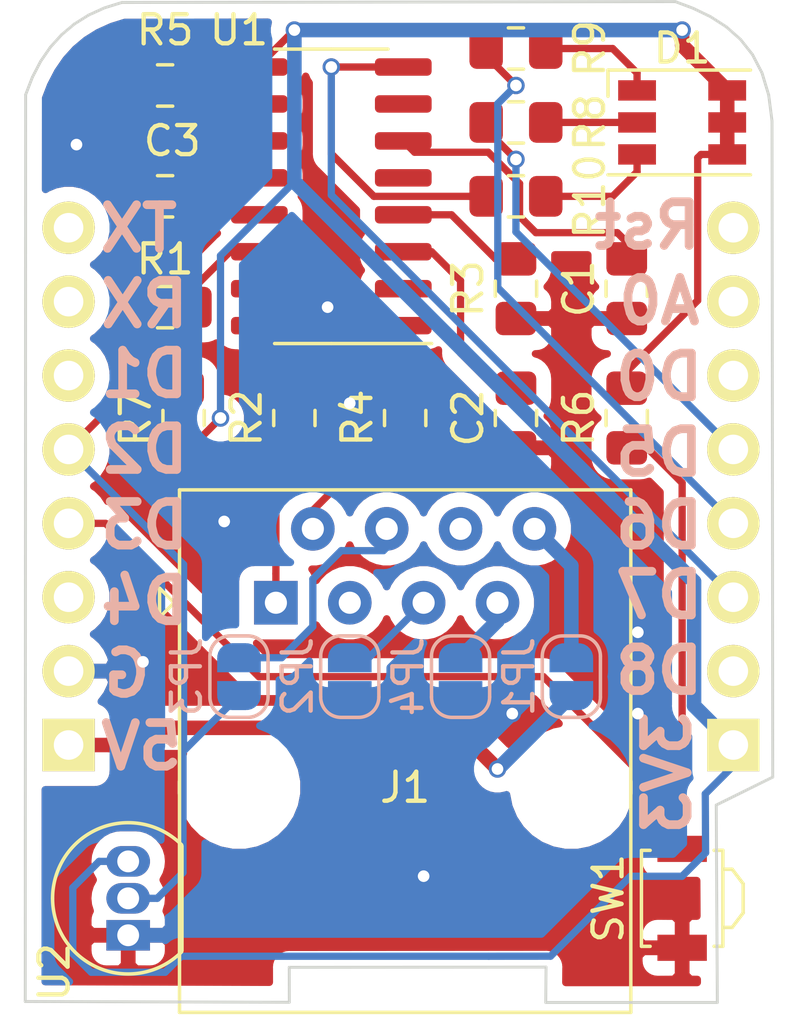
<source format=kicad_pcb>
(kicad_pcb (version 20171130) (host pcbnew 5.1.5+dfsg1-2build2)

  (general
    (thickness 1.6)
    (drawings 57)
    (tracks 151)
    (zones 0)
    (modules 24)
    (nets 41)
  )

  (page A4)
  (layers
    (0 F.Cu signal)
    (31 B.Cu signal)
    (32 B.Adhes user)
    (33 F.Adhes user)
    (34 B.Paste user)
    (35 F.Paste user)
    (36 B.SilkS user)
    (37 F.SilkS user)
    (38 B.Mask user)
    (39 F.Mask user)
    (40 Dwgs.User user)
    (41 Cmts.User user)
    (42 Eco1.User user)
    (43 Eco2.User user)
    (44 Edge.Cuts user)
    (45 Margin user)
    (46 B.CrtYd user)
    (47 F.CrtYd user)
    (48 B.Fab user)
    (49 F.Fab user)
  )

  (setup
    (last_trace_width 0.25)
    (user_trace_width 0.5)
    (trace_clearance 0.2)
    (zone_clearance 0.508)
    (zone_45_only no)
    (trace_min 0.2)
    (via_size 0.6)
    (via_drill 0.4)
    (via_min_size 0.4)
    (via_min_drill 0.3)
    (uvia_size 0.3)
    (uvia_drill 0.1)
    (uvias_allowed no)
    (uvia_min_size 0.2)
    (uvia_min_drill 0.1)
    (edge_width 0.15)
    (segment_width 0.2)
    (pcb_text_width 0.3)
    (pcb_text_size 1.5 1.5)
    (mod_edge_width 0.15)
    (mod_text_size 1 1)
    (mod_text_width 0.15)
    (pad_size 2.032 1.7272)
    (pad_drill 1.016)
    (pad_to_mask_clearance 0.2)
    (aux_axis_origin 0 0)
    (visible_elements FFFFEF7F)
    (pcbplotparams
      (layerselection 0x330fb_ffffffff)
      (usegerberextensions false)
      (usegerberattributes false)
      (usegerberadvancedattributes false)
      (creategerberjobfile false)
      (excludeedgelayer true)
      (linewidth 0.100000)
      (plotframeref false)
      (viasonmask false)
      (mode 1)
      (useauxorigin false)
      (hpglpennumber 1)
      (hpglpenspeed 20)
      (hpglpendiameter 15.000000)
      (psnegative false)
      (psa4output false)
      (plotreference true)
      (plotvalue true)
      (plotinvisibletext false)
      (padsonsilk false)
      (subtractmaskfromsilk false)
      (outputformat 1)
      (mirror false)
      (drillshape 0)
      (scaleselection 1)
      (outputdirectory "gerber/"))
  )

  (net 0 "")
  (net 1 /D4)
  (net 2 /D1)
  (net 3 /RX)
  (net 4 /TX)
  (net 5 /D8)
  (net 6 /D0)
  (net 7 /A0)
  (net 8 /RST)
  (net 9 "Net-(C1-Pad2)")
  (net 10 GND)
  (net 11 "Net-(C2-Pad2)")
  (net 12 "Net-(C3-Pad1)")
  (net 13 "Net-(D1-Pad1)")
  (net 14 "Net-(D1-Pad2)")
  (net 15 "Net-(D1-Pad3)")
  (net 16 +3V3)
  (net 17 MBUS1)
  (net 18 MBUS2)
  (net 19 "Net-(J1-Pad3)")
  (net 20 "Net-(J1-Pad4)")
  (net 21 "Net-(J1-Pad5)")
  (net 22 "Net-(J1-Pad6)")
  (net 23 "Net-(J1-Pad8)")
  (net 24 TEMP)
  (net 25 BTN_AP)
  (net 26 HAN_TX)
  (net 27 LED_R)
  (net 28 LED_G)
  (net 29 "Net-(R1-Pad2)")
  (net 30 "Net-(R2-Pad2)")
  (net 31 "Net-(R3-Pad2)")
  (net 32 "Net-(R4-Pad2)")
  (net 33 "Net-(U1-Pad2)")
  (net 34 "Net-(U1-Pad5)")
  (net 35 "Net-(U1-Pad7)")
  (net 36 "Net-(U1-Pad10)")
  (net 37 "Net-(U1-Pad12)")
  (net 38 "Net-(U1-Pad13)")
  (net 39 +5V)
  (net 40 "Net-(J1-Pad7)")

  (net_class Default "This is the default net class."
    (clearance 0.2)
    (trace_width 0.25)
    (via_dia 0.6)
    (via_drill 0.4)
    (uvia_dia 0.3)
    (uvia_drill 0.1)
    (add_net +3V3)
    (add_net +5V)
    (add_net /A0)
    (add_net /D0)
    (add_net /D1)
    (add_net /D4)
    (add_net /D8)
    (add_net /RST)
    (add_net /RX)
    (add_net /TX)
    (add_net BTN_AP)
    (add_net GND)
    (add_net HAN_TX)
    (add_net LED_G)
    (add_net LED_R)
    (add_net MBUS1)
    (add_net MBUS2)
    (add_net "Net-(C1-Pad2)")
    (add_net "Net-(C2-Pad2)")
    (add_net "Net-(C3-Pad1)")
    (add_net "Net-(D1-Pad1)")
    (add_net "Net-(D1-Pad2)")
    (add_net "Net-(D1-Pad3)")
    (add_net "Net-(J1-Pad3)")
    (add_net "Net-(J1-Pad4)")
    (add_net "Net-(J1-Pad5)")
    (add_net "Net-(J1-Pad6)")
    (add_net "Net-(J1-Pad7)")
    (add_net "Net-(J1-Pad8)")
    (add_net "Net-(R1-Pad2)")
    (add_net "Net-(R2-Pad2)")
    (add_net "Net-(R3-Pad2)")
    (add_net "Net-(R4-Pad2)")
    (add_net "Net-(U1-Pad10)")
    (add_net "Net-(U1-Pad12)")
    (add_net "Net-(U1-Pad13)")
    (add_net "Net-(U1-Pad2)")
    (add_net "Net-(U1-Pad5)")
    (add_net "Net-(U1-Pad7)")
    (add_net TEMP)
  )

  (module D1_mini:D1_mini_Pin_Header (layer F.Cu) (tedit 5766B078) (tstamp 5766A936)
    (at 127.49 103.95 180)
    (descr "Through hole pin header")
    (tags "pin header")
    (path /5763EB78)
    (fp_text reference P1 (at -0.11 -2.45 180) (layer F.SilkS) hide
      (effects (font (size 1 1) (thickness 0.15)))
    )
    (fp_text value CONN_01X08 (at 0 -3.1 180) (layer F.Fab) hide
      (effects (font (size 1 1) (thickness 0.15)))
    )
    (fp_line (start -1.75 -1.75) (end -1.75 19.55) (layer F.CrtYd) (width 0.05))
    (fp_line (start 1.75 -1.75) (end 1.75 19.55) (layer F.CrtYd) (width 0.05))
    (fp_line (start -1.75 -1.75) (end 1.75 -1.75) (layer F.CrtYd) (width 0.05))
    (fp_line (start -1.75 19.55) (end 1.75 19.55) (layer F.CrtYd) (width 0.05))
    (pad 1 thru_hole rect (at 0 0 180) (size 1.8 1.8) (drill 1.016) (layers *.Cu *.Mask F.SilkS)
      (net 39 +5V))
    (pad 2 thru_hole oval (at 0 2.54 180) (size 1.8 1.8) (drill 1.016) (layers *.Cu *.Mask F.SilkS)
      (net 10 GND))
    (pad 3 thru_hole oval (at 0 5.08 180) (size 1.8 1.8) (drill 1.016) (layers *.Cu *.Mask F.SilkS)
      (net 1 /D4))
    (pad 4 thru_hole oval (at 0 7.62 180) (size 1.8 1.8) (drill 1.016) (layers *.Cu *.Mask F.SilkS)
      (net 25 BTN_AP))
    (pad 5 thru_hole oval (at 0 10.16 180) (size 1.8 1.8) (drill 1.016) (layers *.Cu *.Mask F.SilkS)
      (net 24 TEMP))
    (pad 6 thru_hole oval (at 0 12.7 180) (size 1.8 1.8) (drill 1.016) (layers *.Cu *.Mask F.SilkS)
      (net 2 /D1))
    (pad 7 thru_hole oval (at 0 15.24 180) (size 1.8 1.8) (drill 1.016) (layers *.Cu *.Mask F.SilkS)
      (net 3 /RX))
    (pad 8 thru_hole oval (at 0 17.78 180) (size 1.8 1.8) (drill 1.016) (layers *.Cu *.Mask F.SilkS)
      (net 4 /TX))
    (model Pin_Headers.3dshapes/Pin_Header_Straight_1x08.wrl
      (offset (xyz 0 -8.889999866485596 0))
      (scale (xyz 1 1 1))
      (rotate (xyz 0 0 90))
    )
  )

  (module D1_mini:D1_mini_Pin_Header (layer F.Cu) (tedit 5766ABD3) (tstamp 5766A941)
    (at 150.35 103.95 180)
    (descr "Through hole pin header")
    (tags "pin header")
    (path /5763EBF2)
    (fp_text reference P2 (at 0.05 20.15 180) (layer F.SilkS) hide
      (effects (font (size 1 1) (thickness 0.15)))
    )
    (fp_text value CONN_01X08 (at 0 -3.1 180) (layer F.Fab) hide
      (effects (font (size 1 1) (thickness 0.15)))
    )
    (fp_line (start -1.75 -1.75) (end -1.75 19.55) (layer F.CrtYd) (width 0.05))
    (fp_line (start 1.75 -1.75) (end 1.75 19.55) (layer F.CrtYd) (width 0.05))
    (fp_line (start -1.75 -1.75) (end 1.75 -1.75) (layer F.CrtYd) (width 0.05))
    (fp_line (start -1.75 19.55) (end 1.75 19.55) (layer F.CrtYd) (width 0.05))
    (pad 1 thru_hole rect (at 0 0 180) (size 1.8 1.8) (drill 1.016) (layers *.Cu *.Mask F.SilkS)
      (net 16 +3V3))
    (pad 2 thru_hole oval (at 0 2.54 180) (size 1.8 1.8) (drill 1.016) (layers *.Cu *.Mask F.SilkS)
      (net 5 /D8))
    (pad 3 thru_hole oval (at 0 5.08 180) (size 1.8 1.8) (drill 1.016) (layers *.Cu *.Mask F.SilkS)
      (net 26 HAN_TX))
    (pad 4 thru_hole oval (at 0 7.62 180) (size 1.8 1.8) (drill 1.016) (layers *.Cu *.Mask F.SilkS)
      (net 27 LED_R))
    (pad 5 thru_hole oval (at 0 10.16 180) (size 1.8 1.8) (drill 1.016) (layers *.Cu *.Mask F.SilkS)
      (net 28 LED_G))
    (pad 6 thru_hole oval (at 0 12.7 180) (size 1.8 1.8) (drill 1.016) (layers *.Cu *.Mask F.SilkS)
      (net 6 /D0))
    (pad 7 thru_hole oval (at 0 15.24 180) (size 1.8 1.8) (drill 1.016) (layers *.Cu *.Mask F.SilkS)
      (net 7 /A0))
    (pad 8 thru_hole oval (at 0 17.78 180) (size 1.8 1.8) (drill 1.016) (layers *.Cu *.Mask F.SilkS)
      (net 8 /RST))
    (model Pin_Headers.3dshapes/Pin_Header_Straight_1x08.wrl
      (offset (xyz 0 -8.889999866485596 0))
      (scale (xyz 1 1 1))
      (rotate (xyz 0 0 90))
    )
  )

  (module Resistor_SMD:R_0805_2012Metric_Pad1.15x1.40mm_HandSolder (layer F.Cu) (tedit 5B36C52B) (tstamp 62B8CA6D)
    (at 146.685 88.265 90)
    (descr "Resistor SMD 0805 (2012 Metric), square (rectangular) end terminal, IPC_7351 nominal with elongated pad for handsoldering. (Body size source: https://docs.google.com/spreadsheets/d/1BsfQQcO9C6DZCsRaXUlFlo91Tg2WpOkGARC1WS5S8t0/edit?usp=sharing), generated with kicad-footprint-generator")
    (tags "resistor handsolder")
    (path /62BA09E7)
    (attr smd)
    (fp_text reference C1 (at 0 -1.65 90) (layer F.SilkS)
      (effects (font (size 1 1) (thickness 0.15)))
    )
    (fp_text value 100n (at 0 1.65 90) (layer F.Fab)
      (effects (font (size 1 1) (thickness 0.15)))
    )
    (fp_text user %R (at 0 0 90) (layer F.Fab)
      (effects (font (size 0.5 0.5) (thickness 0.08)))
    )
    (fp_line (start 1.85 0.95) (end -1.85 0.95) (layer F.CrtYd) (width 0.05))
    (fp_line (start 1.85 -0.95) (end 1.85 0.95) (layer F.CrtYd) (width 0.05))
    (fp_line (start -1.85 -0.95) (end 1.85 -0.95) (layer F.CrtYd) (width 0.05))
    (fp_line (start -1.85 0.95) (end -1.85 -0.95) (layer F.CrtYd) (width 0.05))
    (fp_line (start -0.261252 0.71) (end 0.261252 0.71) (layer F.SilkS) (width 0.12))
    (fp_line (start -0.261252 -0.71) (end 0.261252 -0.71) (layer F.SilkS) (width 0.12))
    (fp_line (start 1 0.6) (end -1 0.6) (layer F.Fab) (width 0.1))
    (fp_line (start 1 -0.6) (end 1 0.6) (layer F.Fab) (width 0.1))
    (fp_line (start -1 -0.6) (end 1 -0.6) (layer F.Fab) (width 0.1))
    (fp_line (start -1 0.6) (end -1 -0.6) (layer F.Fab) (width 0.1))
    (pad 2 smd roundrect (at 1.025 0 90) (size 1.15 1.4) (layers F.Cu F.Paste F.Mask) (roundrect_rratio 0.217391)
      (net 9 "Net-(C1-Pad2)"))
    (pad 1 smd roundrect (at -1.025 0 90) (size 1.15 1.4) (layers F.Cu F.Paste F.Mask) (roundrect_rratio 0.217391)
      (net 10 GND))
    (model ${KISYS3DMOD}/Resistor_SMD.3dshapes/R_0805_2012Metric.wrl
      (at (xyz 0 0 0))
      (scale (xyz 1 1 1))
      (rotate (xyz 0 0 0))
    )
  )

  (module Resistor_SMD:R_0805_2012Metric_Pad1.15x1.40mm_HandSolder (layer F.Cu) (tedit 5B36C52B) (tstamp 62B8CA7E)
    (at 142.875 92.71 90)
    (descr "Resistor SMD 0805 (2012 Metric), square (rectangular) end terminal, IPC_7351 nominal with elongated pad for handsoldering. (Body size source: https://docs.google.com/spreadsheets/d/1BsfQQcO9C6DZCsRaXUlFlo91Tg2WpOkGARC1WS5S8t0/edit?usp=sharing), generated with kicad-footprint-generator")
    (tags "resistor handsolder")
    (path /62BA06BE)
    (attr smd)
    (fp_text reference C2 (at 0 -1.65 90) (layer F.SilkS)
      (effects (font (size 1 1) (thickness 0.15)))
    )
    (fp_text value 1u (at 0 1.65 90) (layer F.Fab)
      (effects (font (size 1 1) (thickness 0.15)))
    )
    (fp_line (start -1 0.6) (end -1 -0.6) (layer F.Fab) (width 0.1))
    (fp_line (start -1 -0.6) (end 1 -0.6) (layer F.Fab) (width 0.1))
    (fp_line (start 1 -0.6) (end 1 0.6) (layer F.Fab) (width 0.1))
    (fp_line (start 1 0.6) (end -1 0.6) (layer F.Fab) (width 0.1))
    (fp_line (start -0.261252 -0.71) (end 0.261252 -0.71) (layer F.SilkS) (width 0.12))
    (fp_line (start -0.261252 0.71) (end 0.261252 0.71) (layer F.SilkS) (width 0.12))
    (fp_line (start -1.85 0.95) (end -1.85 -0.95) (layer F.CrtYd) (width 0.05))
    (fp_line (start -1.85 -0.95) (end 1.85 -0.95) (layer F.CrtYd) (width 0.05))
    (fp_line (start 1.85 -0.95) (end 1.85 0.95) (layer F.CrtYd) (width 0.05))
    (fp_line (start 1.85 0.95) (end -1.85 0.95) (layer F.CrtYd) (width 0.05))
    (fp_text user %R (at 0 0 90) (layer F.Fab)
      (effects (font (size 0.5 0.5) (thickness 0.08)))
    )
    (pad 1 smd roundrect (at -1.025 0 90) (size 1.15 1.4) (layers F.Cu F.Paste F.Mask) (roundrect_rratio 0.217391)
      (net 10 GND))
    (pad 2 smd roundrect (at 1.025 0 90) (size 1.15 1.4) (layers F.Cu F.Paste F.Mask) (roundrect_rratio 0.217391)
      (net 11 "Net-(C2-Pad2)"))
    (model ${KISYS3DMOD}/Resistor_SMD.3dshapes/R_0805_2012Metric.wrl
      (at (xyz 0 0 0))
      (scale (xyz 1 1 1))
      (rotate (xyz 0 0 0))
    )
  )

  (module Resistor_SMD:R_0805_2012Metric_Pad1.15x1.40mm_HandSolder (layer F.Cu) (tedit 5B36C52B) (tstamp 62B8CA8F)
    (at 130.81 85.09 180)
    (descr "Resistor SMD 0805 (2012 Metric), square (rectangular) end terminal, IPC_7351 nominal with elongated pad for handsoldering. (Body size source: https://docs.google.com/spreadsheets/d/1BsfQQcO9C6DZCsRaXUlFlo91Tg2WpOkGARC1WS5S8t0/edit?usp=sharing), generated with kicad-footprint-generator")
    (tags "resistor handsolder")
    (path /62BED9ED)
    (attr smd)
    (fp_text reference C3 (at -0.245 1.905) (layer F.SilkS)
      (effects (font (size 1 1) (thickness 0.15)))
    )
    (fp_text value 100n (at 0 1.65) (layer F.Fab)
      (effects (font (size 1 1) (thickness 0.15)))
    )
    (fp_line (start -1 0.6) (end -1 -0.6) (layer F.Fab) (width 0.1))
    (fp_line (start -1 -0.6) (end 1 -0.6) (layer F.Fab) (width 0.1))
    (fp_line (start 1 -0.6) (end 1 0.6) (layer F.Fab) (width 0.1))
    (fp_line (start 1 0.6) (end -1 0.6) (layer F.Fab) (width 0.1))
    (fp_line (start -0.261252 -0.71) (end 0.261252 -0.71) (layer F.SilkS) (width 0.12))
    (fp_line (start -0.261252 0.71) (end 0.261252 0.71) (layer F.SilkS) (width 0.12))
    (fp_line (start -1.85 0.95) (end -1.85 -0.95) (layer F.CrtYd) (width 0.05))
    (fp_line (start -1.85 -0.95) (end 1.85 -0.95) (layer F.CrtYd) (width 0.05))
    (fp_line (start 1.85 -0.95) (end 1.85 0.95) (layer F.CrtYd) (width 0.05))
    (fp_line (start 1.85 0.95) (end -1.85 0.95) (layer F.CrtYd) (width 0.05))
    (fp_text user %R (at 0 0) (layer F.Fab)
      (effects (font (size 0.5 0.5) (thickness 0.08)))
    )
    (pad 1 smd roundrect (at -1.025 0 180) (size 1.15 1.4) (layers F.Cu F.Paste F.Mask) (roundrect_rratio 0.217391)
      (net 12 "Net-(C3-Pad1)"))
    (pad 2 smd roundrect (at 1.025 0 180) (size 1.15 1.4) (layers F.Cu F.Paste F.Mask) (roundrect_rratio 0.217391)
      (net 10 GND))
    (model ${KISYS3DMOD}/Resistor_SMD.3dshapes/R_0805_2012Metric.wrl
      (at (xyz 0 0 0))
      (scale (xyz 1 1 1))
      (rotate (xyz 0 0 0))
    )
  )

  (module LED_SMD:LED_RGB_PLCC-6 (layer F.Cu) (tedit 587A6CD4) (tstamp 62B8CAA5)
    (at 148.59 82.55)
    (descr "RGB LED PLCC-6")
    (tags "RGB LED PLCC-6")
    (path /62C43A7B)
    (attr smd)
    (fp_text reference D1 (at 0 -2.55 180) (layer F.SilkS)
      (effects (font (size 1 1) (thickness 0.15)))
    )
    (fp_text value LED_RGB (at 0 2.8) (layer F.Fab)
      (effects (font (size 1 1) (thickness 0.15)))
    )
    (fp_line (start -1.7 -1.1) (end -1.1 -1.7) (layer F.Fab) (width 0.1))
    (fp_line (start -1.7 -1.7) (end -1.7 1.7) (layer F.Fab) (width 0.1))
    (fp_line (start -1.7 1.7) (end 1.7 1.7) (layer F.Fab) (width 0.1))
    (fp_line (start 1.7 1.7) (end 1.7 -1.7) (layer F.Fab) (width 0.1))
    (fp_line (start 1.7 -1.7) (end -1.7 -1.7) (layer F.Fab) (width 0.1))
    (fp_line (start -2.55 -1.8) (end -2.55 -0.9) (layer F.SilkS) (width 0.12))
    (fp_line (start 2.65 -2) (end 2.65 2) (layer F.CrtYd) (width 0.05))
    (fp_line (start -2.75 -2) (end -2.75 2) (layer F.CrtYd) (width 0.05))
    (fp_line (start -2.75 2) (end 2.65 2) (layer F.CrtYd) (width 0.05))
    (fp_line (start -2.75 -2) (end 2.65 -2) (layer F.CrtYd) (width 0.05))
    (fp_line (start -2.55 1.8) (end 2.35 1.8) (layer F.SilkS) (width 0.12))
    (fp_line (start 2.35 -1.8) (end -2.55 -1.8) (layer F.SilkS) (width 0.12))
    (pad 1 smd rect (at -1.55 -1.1 90) (size 0.7 1.3) (layers F.Cu F.Paste F.Mask)
      (net 13 "Net-(D1-Pad1)"))
    (pad 2 smd rect (at -1.55 0 90) (size 0.7 1.3) (layers F.Cu F.Paste F.Mask)
      (net 14 "Net-(D1-Pad2)"))
    (pad 3 smd rect (at -1.55 1.1 90) (size 0.7 1.3) (layers F.Cu F.Paste F.Mask)
      (net 15 "Net-(D1-Pad3)"))
    (pad 4 smd rect (at 1.55 1.1 90) (size 0.7 1.3) (layers F.Cu F.Paste F.Mask)
      (net 16 +3V3))
    (pad 5 smd rect (at 1.55 0 90) (size 0.7 1.3) (layers F.Cu F.Paste F.Mask)
      (net 16 +3V3))
    (pad 6 smd rect (at 1.55 -1.1 90) (size 0.7 1.3) (layers F.Cu F.Paste F.Mask)
      (net 16 +3V3))
    (model ${KISYS3DMOD}/LED_SMD.3dshapes/LED_RGB_PLCC-6.wrl
      (at (xyz 0 0 0))
      (scale (xyz 1 1 1))
      (rotate (xyz 0 0 0))
    )
  )

  (module Connector_RJ:RJ45_Amphenol_54602-x08_Horizontal (layer F.Cu) (tedit 5B103613) (tstamp 62B8CAC4)
    (at 134.62 99.06)
    (descr "8 Pol Shallow Latch Connector, Modjack, RJ45 (https://cdn.amphenol-icc.com/media/wysiwyg/files/drawing/c-bmj-0102.pdf)")
    (tags RJ45)
    (path /62B8AC34)
    (fp_text reference J1 (at 4.445 6.35) (layer F.SilkS)
      (effects (font (size 1 1) (thickness 0.15)))
    )
    (fp_text value RJ45 (at 4.445 4) (layer F.Fab)
      (effects (font (size 1 1) (thickness 0.15)))
    )
    (fp_text user %R (at 4.445 2) (layer F.Fab)
      (effects (font (size 1 1) (thickness 0.15)))
    )
    (fp_line (start -4 0.5) (end -3.5 0) (layer F.SilkS) (width 0.12))
    (fp_line (start -4 -0.5) (end -4 0.5) (layer F.SilkS) (width 0.12))
    (fp_line (start -3.5 0) (end -4 -0.5) (layer F.SilkS) (width 0.12))
    (fp_line (start -3.205 13.97) (end -3.205 -2.77) (layer F.Fab) (width 0.12))
    (fp_line (start 12.095 13.97) (end -3.205 13.97) (layer F.Fab) (width 0.12))
    (fp_line (start 12.095 -3.77) (end 12.095 13.97) (layer F.Fab) (width 0.12))
    (fp_line (start -2.205 -3.77) (end 12.095 -3.77) (layer F.Fab) (width 0.12))
    (fp_line (start -3.205 -2.77) (end -2.205 -3.77) (layer F.Fab) (width 0.12))
    (fp_line (start -3.315 14.08) (end 12.205 14.08) (layer F.SilkS) (width 0.12))
    (fp_line (start 12.205 -3.88) (end 12.205 14.08) (layer F.SilkS) (width 0.12))
    (fp_line (start 12.205 -3.88) (end -3.315 -3.88) (layer F.SilkS) (width 0.12))
    (fp_line (start -3.315 -3.88) (end -3.315 14.08) (layer F.SilkS) (width 0.12))
    (fp_line (start -3.71 -4.27) (end 12.6 -4.27) (layer F.CrtYd) (width 0.05))
    (fp_line (start -3.71 -4.27) (end -3.71 14.47) (layer F.CrtYd) (width 0.05))
    (fp_line (start 12.6 14.47) (end 12.6 -4.27) (layer F.CrtYd) (width 0.05))
    (fp_line (start 12.6 14.47) (end -3.71 14.47) (layer F.CrtYd) (width 0.05))
    (pad "" np_thru_hole circle (at 10.16 6.35) (size 3.2 3.2) (drill 3.2) (layers *.Cu *.Mask))
    (pad "" np_thru_hole circle (at -1.27 6.35) (size 3.2 3.2) (drill 3.2) (layers *.Cu *.Mask))
    (pad 1 thru_hole rect (at 0 0) (size 1.5 1.5) (drill 0.76) (layers *.Cu *.Mask)
      (net 17 MBUS1))
    (pad 2 thru_hole circle (at 1.27 -2.54) (size 1.5 1.5) (drill 0.76) (layers *.Cu *.Mask)
      (net 18 MBUS2))
    (pad 3 thru_hole circle (at 2.54 0) (size 1.5 1.5) (drill 0.76) (layers *.Cu *.Mask)
      (net 19 "Net-(J1-Pad3)"))
    (pad 4 thru_hole circle (at 3.81 -2.54) (size 1.5 1.5) (drill 0.76) (layers *.Cu *.Mask)
      (net 20 "Net-(J1-Pad4)"))
    (pad 5 thru_hole circle (at 5.08 0) (size 1.5 1.5) (drill 0.76) (layers *.Cu *.Mask)
      (net 21 "Net-(J1-Pad5)"))
    (pad 6 thru_hole circle (at 6.35 -2.54) (size 1.5 1.5) (drill 0.76) (layers *.Cu *.Mask)
      (net 22 "Net-(J1-Pad6)"))
    (pad 7 thru_hole circle (at 7.62 0) (size 1.5 1.5) (drill 0.76) (layers *.Cu *.Mask)
      (net 40 "Net-(J1-Pad7)"))
    (pad 8 thru_hole circle (at 8.89 -2.54) (size 1.5 1.5) (drill 0.76) (layers *.Cu *.Mask)
      (net 23 "Net-(J1-Pad8)"))
    (model ${KISYS3DMOD}/Connector_RJ.3dshapes/RJ45_Amphenol_54602-x08_Horizontal.wrl
      (at (xyz 0 0 0))
      (scale (xyz 1 1 1))
      (rotate (xyz 0 0 0))
    )
  )

  (module Jumper:SolderJumper-2_P1.3mm_Open_RoundedPad1.0x1.5mm (layer B.Cu) (tedit 5B391E66) (tstamp 62B8CAD6)
    (at 144.78 101.6 270)
    (descr "SMD Solder Jumper, 1x1.5mm, rounded Pads, 0.3mm gap, open")
    (tags "solder jumper open")
    (path /62C331C0)
    (attr virtual)
    (fp_text reference JP1 (at 0 1.8 90) (layer B.SilkS)
      (effects (font (size 1 1) (thickness 0.15)) (justify mirror))
    )
    (fp_text value Jumper (at 0 -1.9 90) (layer B.Fab)
      (effects (font (size 1 1) (thickness 0.15)) (justify mirror))
    )
    (fp_arc (start 0.7 0.3) (end 1.4 0.3) (angle 90) (layer B.SilkS) (width 0.12))
    (fp_arc (start 0.7 -0.3) (end 0.7 -1) (angle 90) (layer B.SilkS) (width 0.12))
    (fp_arc (start -0.7 -0.3) (end -1.4 -0.3) (angle 90) (layer B.SilkS) (width 0.12))
    (fp_arc (start -0.7 0.3) (end -0.7 1) (angle 90) (layer B.SilkS) (width 0.12))
    (fp_line (start -1.4 -0.3) (end -1.4 0.3) (layer B.SilkS) (width 0.12))
    (fp_line (start 0.7 -1) (end -0.7 -1) (layer B.SilkS) (width 0.12))
    (fp_line (start 1.4 0.3) (end 1.4 -0.3) (layer B.SilkS) (width 0.12))
    (fp_line (start -0.7 1) (end 0.7 1) (layer B.SilkS) (width 0.12))
    (fp_line (start -1.65 1.25) (end 1.65 1.25) (layer B.CrtYd) (width 0.05))
    (fp_line (start -1.65 1.25) (end -1.65 -1.25) (layer B.CrtYd) (width 0.05))
    (fp_line (start 1.65 -1.25) (end 1.65 1.25) (layer B.CrtYd) (width 0.05))
    (fp_line (start 1.65 -1.25) (end -1.65 -1.25) (layer B.CrtYd) (width 0.05))
    (pad 1 smd custom (at -0.65 0 270) (size 1 0.5) (layers B.Cu B.Mask)
      (net 23 "Net-(J1-Pad8)") (zone_connect 2)
      (options (clearance outline) (anchor rect))
      (primitives
        (gr_circle (center 0 -0.25) (end 0.5 -0.25) (width 0))
        (gr_circle (center 0 0.25) (end 0.5 0.25) (width 0))
        (gr_poly (pts
           (xy 0 0.75) (xy 0.5 0.75) (xy 0.5 -0.75) (xy 0 -0.75)) (width 0))
      ))
    (pad 2 smd custom (at 0.65 0 270) (size 1 0.5) (layers B.Cu B.Mask)
      (net 39 +5V) (zone_connect 2)
      (options (clearance outline) (anchor rect))
      (primitives
        (gr_circle (center 0 -0.25) (end 0.5 -0.25) (width 0))
        (gr_circle (center 0 0.25) (end 0.5 0.25) (width 0))
        (gr_poly (pts
           (xy 0 0.75) (xy -0.5 0.75) (xy -0.5 -0.75) (xy 0 -0.75)) (width 0))
      ))
  )

  (module Jumper:SolderJumper-2_P1.3mm_Open_RoundedPad1.0x1.5mm (layer B.Cu) (tedit 5B391E66) (tstamp 62B8CAE8)
    (at 137.16 101.6 270)
    (descr "SMD Solder Jumper, 1x1.5mm, rounded Pads, 0.3mm gap, open")
    (tags "solder jumper open")
    (path /62C365CA)
    (attr virtual)
    (fp_text reference JP2 (at 0 1.8 90) (layer B.SilkS)
      (effects (font (size 1 1) (thickness 0.15)) (justify mirror))
    )
    (fp_text value Jumper (at 0 -1.9 90) (layer B.Fab)
      (effects (font (size 1 1) (thickness 0.15)) (justify mirror))
    )
    (fp_line (start 1.65 -1.25) (end -1.65 -1.25) (layer B.CrtYd) (width 0.05))
    (fp_line (start 1.65 -1.25) (end 1.65 1.25) (layer B.CrtYd) (width 0.05))
    (fp_line (start -1.65 1.25) (end -1.65 -1.25) (layer B.CrtYd) (width 0.05))
    (fp_line (start -1.65 1.25) (end 1.65 1.25) (layer B.CrtYd) (width 0.05))
    (fp_line (start -0.7 1) (end 0.7 1) (layer B.SilkS) (width 0.12))
    (fp_line (start 1.4 0.3) (end 1.4 -0.3) (layer B.SilkS) (width 0.12))
    (fp_line (start 0.7 -1) (end -0.7 -1) (layer B.SilkS) (width 0.12))
    (fp_line (start -1.4 -0.3) (end -1.4 0.3) (layer B.SilkS) (width 0.12))
    (fp_arc (start -0.7 0.3) (end -0.7 1) (angle 90) (layer B.SilkS) (width 0.12))
    (fp_arc (start -0.7 -0.3) (end -1.4 -0.3) (angle 90) (layer B.SilkS) (width 0.12))
    (fp_arc (start 0.7 -0.3) (end 0.7 -1) (angle 90) (layer B.SilkS) (width 0.12))
    (fp_arc (start 0.7 0.3) (end 1.4 0.3) (angle 90) (layer B.SilkS) (width 0.12))
    (pad 2 smd custom (at 0.65 0 270) (size 1 0.5) (layers B.Cu B.Mask)
      (net 10 GND) (zone_connect 2)
      (options (clearance outline) (anchor rect))
      (primitives
        (gr_circle (center 0 -0.25) (end 0.5 -0.25) (width 0))
        (gr_circle (center 0 0.25) (end 0.5 0.25) (width 0))
        (gr_poly (pts
           (xy 0 0.75) (xy -0.5 0.75) (xy -0.5 -0.75) (xy 0 -0.75)) (width 0))
      ))
    (pad 1 smd custom (at -0.65 0 270) (size 1 0.5) (layers B.Cu B.Mask)
      (net 21 "Net-(J1-Pad5)") (zone_connect 2)
      (options (clearance outline) (anchor rect))
      (primitives
        (gr_circle (center 0 -0.25) (end 0.5 -0.25) (width 0))
        (gr_circle (center 0 0.25) (end 0.5 0.25) (width 0))
        (gr_poly (pts
           (xy 0 0.75) (xy 0.5 0.75) (xy 0.5 -0.75) (xy 0 -0.75)) (width 0))
      ))
  )

  (module Jumper:SolderJumper-2_P1.3mm_Open_RoundedPad1.0x1.5mm (layer B.Cu) (tedit 5B391E66) (tstamp 62B8CAFA)
    (at 133.35 101.6 270)
    (descr "SMD Solder Jumper, 1x1.5mm, rounded Pads, 0.3mm gap, open")
    (tags "solder jumper open")
    (path /62C36C70)
    (attr virtual)
    (fp_text reference JP3 (at 0 1.8 90) (layer B.SilkS)
      (effects (font (size 1 1) (thickness 0.15)) (justify mirror))
    )
    (fp_text value Jumper (at 0 -1.9 90) (layer B.Fab)
      (effects (font (size 1 1) (thickness 0.15)) (justify mirror))
    )
    (fp_arc (start 0.7 0.3) (end 1.4 0.3) (angle 90) (layer B.SilkS) (width 0.12))
    (fp_arc (start 0.7 -0.3) (end 0.7 -1) (angle 90) (layer B.SilkS) (width 0.12))
    (fp_arc (start -0.7 -0.3) (end -1.4 -0.3) (angle 90) (layer B.SilkS) (width 0.12))
    (fp_arc (start -0.7 0.3) (end -0.7 1) (angle 90) (layer B.SilkS) (width 0.12))
    (fp_line (start -1.4 -0.3) (end -1.4 0.3) (layer B.SilkS) (width 0.12))
    (fp_line (start 0.7 -1) (end -0.7 -1) (layer B.SilkS) (width 0.12))
    (fp_line (start 1.4 0.3) (end 1.4 -0.3) (layer B.SilkS) (width 0.12))
    (fp_line (start -0.7 1) (end 0.7 1) (layer B.SilkS) (width 0.12))
    (fp_line (start -1.65 1.25) (end 1.65 1.25) (layer B.CrtYd) (width 0.05))
    (fp_line (start -1.65 1.25) (end -1.65 -1.25) (layer B.CrtYd) (width 0.05))
    (fp_line (start 1.65 -1.25) (end 1.65 1.25) (layer B.CrtYd) (width 0.05))
    (fp_line (start 1.65 -1.25) (end -1.65 -1.25) (layer B.CrtYd) (width 0.05))
    (pad 1 smd custom (at -0.65 0 270) (size 1 0.5) (layers B.Cu B.Mask)
      (net 20 "Net-(J1-Pad4)") (zone_connect 2)
      (options (clearance outline) (anchor rect))
      (primitives
        (gr_circle (center 0 -0.25) (end 0.5 -0.25) (width 0))
        (gr_circle (center 0 0.25) (end 0.5 0.25) (width 0))
        (gr_poly (pts
           (xy 0 0.75) (xy 0.5 0.75) (xy 0.5 -0.75) (xy 0 -0.75)) (width 0))
      ))
    (pad 2 smd custom (at 0.65 0 270) (size 1 0.5) (layers B.Cu B.Mask)
      (net 24 TEMP) (zone_connect 2)
      (options (clearance outline) (anchor rect))
      (primitives
        (gr_circle (center 0 -0.25) (end 0.5 -0.25) (width 0))
        (gr_circle (center 0 0.25) (end 0.5 0.25) (width 0))
        (gr_poly (pts
           (xy 0 0.75) (xy -0.5 0.75) (xy -0.5 -0.75) (xy 0 -0.75)) (width 0))
      ))
  )

  (module Resistor_SMD:R_0805_2012Metric_Pad1.15x1.40mm_HandSolder (layer F.Cu) (tedit 5B36C52B) (tstamp 62B8CB0B)
    (at 130.81 88.9)
    (descr "Resistor SMD 0805 (2012 Metric), square (rectangular) end terminal, IPC_7351 nominal with elongated pad for handsoldering. (Body size source: https://docs.google.com/spreadsheets/d/1BsfQQcO9C6DZCsRaXUlFlo91Tg2WpOkGARC1WS5S8t0/edit?usp=sharing), generated with kicad-footprint-generator")
    (tags "resistor handsolder")
    (path /62B9FC37)
    (attr smd)
    (fp_text reference R1 (at 0 -1.65) (layer F.SilkS)
      (effects (font (size 1 1) (thickness 0.15)))
    )
    (fp_text value 470 (at 0 1.65) (layer F.Fab)
      (effects (font (size 1 1) (thickness 0.15)))
    )
    (fp_text user %R (at 0 0) (layer F.Fab)
      (effects (font (size 0.5 0.5) (thickness 0.08)))
    )
    (fp_line (start 1.85 0.95) (end -1.85 0.95) (layer F.CrtYd) (width 0.05))
    (fp_line (start 1.85 -0.95) (end 1.85 0.95) (layer F.CrtYd) (width 0.05))
    (fp_line (start -1.85 -0.95) (end 1.85 -0.95) (layer F.CrtYd) (width 0.05))
    (fp_line (start -1.85 0.95) (end -1.85 -0.95) (layer F.CrtYd) (width 0.05))
    (fp_line (start -0.261252 0.71) (end 0.261252 0.71) (layer F.SilkS) (width 0.12))
    (fp_line (start -0.261252 -0.71) (end 0.261252 -0.71) (layer F.SilkS) (width 0.12))
    (fp_line (start 1 0.6) (end -1 0.6) (layer F.Fab) (width 0.1))
    (fp_line (start 1 -0.6) (end 1 0.6) (layer F.Fab) (width 0.1))
    (fp_line (start -1 -0.6) (end 1 -0.6) (layer F.Fab) (width 0.1))
    (fp_line (start -1 0.6) (end -1 -0.6) (layer F.Fab) (width 0.1))
    (pad 2 smd roundrect (at 1.025 0) (size 1.15 1.4) (layers F.Cu F.Paste F.Mask) (roundrect_rratio 0.217391)
      (net 29 "Net-(R1-Pad2)"))
    (pad 1 smd roundrect (at -1.025 0) (size 1.15 1.4) (layers F.Cu F.Paste F.Mask) (roundrect_rratio 0.217391)
      (net 10 GND))
    (model ${KISYS3DMOD}/Resistor_SMD.3dshapes/R_0805_2012Metric.wrl
      (at (xyz 0 0 0))
      (scale (xyz 1 1 1))
      (rotate (xyz 0 0 0))
    )
  )

  (module Resistor_SMD:R_0805_2012Metric_Pad1.15x1.40mm_HandSolder (layer F.Cu) (tedit 5B36C52B) (tstamp 62B8CB1C)
    (at 135.255 92.71 90)
    (descr "Resistor SMD 0805 (2012 Metric), square (rectangular) end terminal, IPC_7351 nominal with elongated pad for handsoldering. (Body size source: https://docs.google.com/spreadsheets/d/1BsfQQcO9C6DZCsRaXUlFlo91Tg2WpOkGARC1WS5S8t0/edit?usp=sharing), generated with kicad-footprint-generator")
    (tags "resistor handsolder")
    (path /62B8DB92)
    (attr smd)
    (fp_text reference R2 (at 0 -1.65 90) (layer F.SilkS)
      (effects (font (size 1 1) (thickness 0.15)))
    )
    (fp_text value 220 (at 0 1.65 90) (layer F.Fab)
      (effects (font (size 1 1) (thickness 0.15)))
    )
    (fp_text user %R (at 0 0 90) (layer F.Fab)
      (effects (font (size 0.5 0.5) (thickness 0.08)))
    )
    (fp_line (start 1.85 0.95) (end -1.85 0.95) (layer F.CrtYd) (width 0.05))
    (fp_line (start 1.85 -0.95) (end 1.85 0.95) (layer F.CrtYd) (width 0.05))
    (fp_line (start -1.85 -0.95) (end 1.85 -0.95) (layer F.CrtYd) (width 0.05))
    (fp_line (start -1.85 0.95) (end -1.85 -0.95) (layer F.CrtYd) (width 0.05))
    (fp_line (start -0.261252 0.71) (end 0.261252 0.71) (layer F.SilkS) (width 0.12))
    (fp_line (start -0.261252 -0.71) (end 0.261252 -0.71) (layer F.SilkS) (width 0.12))
    (fp_line (start 1 0.6) (end -1 0.6) (layer F.Fab) (width 0.1))
    (fp_line (start 1 -0.6) (end 1 0.6) (layer F.Fab) (width 0.1))
    (fp_line (start -1 -0.6) (end 1 -0.6) (layer F.Fab) (width 0.1))
    (fp_line (start -1 0.6) (end -1 -0.6) (layer F.Fab) (width 0.1))
    (pad 2 smd roundrect (at 1.025 0 90) (size 1.15 1.4) (layers F.Cu F.Paste F.Mask) (roundrect_rratio 0.217391)
      (net 30 "Net-(R2-Pad2)"))
    (pad 1 smd roundrect (at -1.025 0 90) (size 1.15 1.4) (layers F.Cu F.Paste F.Mask) (roundrect_rratio 0.217391)
      (net 17 MBUS1))
    (model ${KISYS3DMOD}/Resistor_SMD.3dshapes/R_0805_2012Metric.wrl
      (at (xyz 0 0 0))
      (scale (xyz 1 1 1))
      (rotate (xyz 0 0 0))
    )
  )

  (module Resistor_SMD:R_0805_2012Metric_Pad1.15x1.40mm_HandSolder (layer F.Cu) (tedit 5B36C52B) (tstamp 62B8CB2D)
    (at 142.875 88.265 90)
    (descr "Resistor SMD 0805 (2012 Metric), square (rectangular) end terminal, IPC_7351 nominal with elongated pad for handsoldering. (Body size source: https://docs.google.com/spreadsheets/d/1BsfQQcO9C6DZCsRaXUlFlo91Tg2WpOkGARC1WS5S8t0/edit?usp=sharing), generated with kicad-footprint-generator")
    (tags "resistor handsolder")
    (path /62B9F861)
    (attr smd)
    (fp_text reference R3 (at 0 -1.65 90) (layer F.SilkS)
      (effects (font (size 1 1) (thickness 0.15)))
    )
    (fp_text value 82k (at 0 1.65 90) (layer F.Fab)
      (effects (font (size 1 1) (thickness 0.15)))
    )
    (fp_line (start -1 0.6) (end -1 -0.6) (layer F.Fab) (width 0.1))
    (fp_line (start -1 -0.6) (end 1 -0.6) (layer F.Fab) (width 0.1))
    (fp_line (start 1 -0.6) (end 1 0.6) (layer F.Fab) (width 0.1))
    (fp_line (start 1 0.6) (end -1 0.6) (layer F.Fab) (width 0.1))
    (fp_line (start -0.261252 -0.71) (end 0.261252 -0.71) (layer F.SilkS) (width 0.12))
    (fp_line (start -0.261252 0.71) (end 0.261252 0.71) (layer F.SilkS) (width 0.12))
    (fp_line (start -1.85 0.95) (end -1.85 -0.95) (layer F.CrtYd) (width 0.05))
    (fp_line (start -1.85 -0.95) (end 1.85 -0.95) (layer F.CrtYd) (width 0.05))
    (fp_line (start 1.85 -0.95) (end 1.85 0.95) (layer F.CrtYd) (width 0.05))
    (fp_line (start 1.85 0.95) (end -1.85 0.95) (layer F.CrtYd) (width 0.05))
    (fp_text user %R (at 0 0 90) (layer F.Fab)
      (effects (font (size 0.5 0.5) (thickness 0.08)))
    )
    (pad 1 smd roundrect (at -1.025 0 90) (size 1.15 1.4) (layers F.Cu F.Paste F.Mask) (roundrect_rratio 0.217391)
      (net 10 GND))
    (pad 2 smd roundrect (at 1.025 0 90) (size 1.15 1.4) (layers F.Cu F.Paste F.Mask) (roundrect_rratio 0.217391)
      (net 31 "Net-(R3-Pad2)"))
    (model ${KISYS3DMOD}/Resistor_SMD.3dshapes/R_0805_2012Metric.wrl
      (at (xyz 0 0 0))
      (scale (xyz 1 1 1))
      (rotate (xyz 0 0 0))
    )
  )

  (module Resistor_SMD:R_0805_2012Metric_Pad1.15x1.40mm_HandSolder (layer F.Cu) (tedit 5B36C52B) (tstamp 62B8CB3E)
    (at 139.065 92.71 90)
    (descr "Resistor SMD 0805 (2012 Metric), square (rectangular) end terminal, IPC_7351 nominal with elongated pad for handsoldering. (Body size source: https://docs.google.com/spreadsheets/d/1BsfQQcO9C6DZCsRaXUlFlo91Tg2WpOkGARC1WS5S8t0/edit?usp=sharing), generated with kicad-footprint-generator")
    (tags "resistor handsolder")
    (path /62B8CAA8)
    (attr smd)
    (fp_text reference R4 (at 0 -1.65 90) (layer F.SilkS)
      (effects (font (size 1 1) (thickness 0.15)))
    )
    (fp_text value 220 (at 0 1.65 90) (layer F.Fab)
      (effects (font (size 1 1) (thickness 0.15)))
    )
    (fp_line (start -1 0.6) (end -1 -0.6) (layer F.Fab) (width 0.1))
    (fp_line (start -1 -0.6) (end 1 -0.6) (layer F.Fab) (width 0.1))
    (fp_line (start 1 -0.6) (end 1 0.6) (layer F.Fab) (width 0.1))
    (fp_line (start 1 0.6) (end -1 0.6) (layer F.Fab) (width 0.1))
    (fp_line (start -0.261252 -0.71) (end 0.261252 -0.71) (layer F.SilkS) (width 0.12))
    (fp_line (start -0.261252 0.71) (end 0.261252 0.71) (layer F.SilkS) (width 0.12))
    (fp_line (start -1.85 0.95) (end -1.85 -0.95) (layer F.CrtYd) (width 0.05))
    (fp_line (start -1.85 -0.95) (end 1.85 -0.95) (layer F.CrtYd) (width 0.05))
    (fp_line (start 1.85 -0.95) (end 1.85 0.95) (layer F.CrtYd) (width 0.05))
    (fp_line (start 1.85 0.95) (end -1.85 0.95) (layer F.CrtYd) (width 0.05))
    (fp_text user %R (at 0 0 90) (layer F.Fab)
      (effects (font (size 0.5 0.5) (thickness 0.08)))
    )
    (pad 1 smd roundrect (at -1.025 0 90) (size 1.15 1.4) (layers F.Cu F.Paste F.Mask) (roundrect_rratio 0.217391)
      (net 18 MBUS2))
    (pad 2 smd roundrect (at 1.025 0 90) (size 1.15 1.4) (layers F.Cu F.Paste F.Mask) (roundrect_rratio 0.217391)
      (net 32 "Net-(R4-Pad2)"))
    (model ${KISYS3DMOD}/Resistor_SMD.3dshapes/R_0805_2012Metric.wrl
      (at (xyz 0 0 0))
      (scale (xyz 1 1 1))
      (rotate (xyz 0 0 0))
    )
  )

  (module Resistor_SMD:R_0805_2012Metric_Pad1.15x1.40mm_HandSolder (layer F.Cu) (tedit 5B36C52B) (tstamp 62B8CB4F)
    (at 130.81 81.28 180)
    (descr "Resistor SMD 0805 (2012 Metric), square (rectangular) end terminal, IPC_7351 nominal with elongated pad for handsoldering. (Body size source: https://docs.google.com/spreadsheets/d/1BsfQQcO9C6DZCsRaXUlFlo91Tg2WpOkGARC1WS5S8t0/edit?usp=sharing), generated with kicad-footprint-generator")
    (tags "resistor handsolder")
    (path /62BED413)
    (attr smd)
    (fp_text reference R5 (at 0 1.905) (layer F.SilkS)
      (effects (font (size 1 1) (thickness 0.15)))
    )
    (fp_text value 100k (at 0 1.65) (layer F.Fab)
      (effects (font (size 1 1) (thickness 0.15)))
    )
    (fp_line (start -1 0.6) (end -1 -0.6) (layer F.Fab) (width 0.1))
    (fp_line (start -1 -0.6) (end 1 -0.6) (layer F.Fab) (width 0.1))
    (fp_line (start 1 -0.6) (end 1 0.6) (layer F.Fab) (width 0.1))
    (fp_line (start 1 0.6) (end -1 0.6) (layer F.Fab) (width 0.1))
    (fp_line (start -0.261252 -0.71) (end 0.261252 -0.71) (layer F.SilkS) (width 0.12))
    (fp_line (start -0.261252 0.71) (end 0.261252 0.71) (layer F.SilkS) (width 0.12))
    (fp_line (start -1.85 0.95) (end -1.85 -0.95) (layer F.CrtYd) (width 0.05))
    (fp_line (start -1.85 -0.95) (end 1.85 -0.95) (layer F.CrtYd) (width 0.05))
    (fp_line (start 1.85 -0.95) (end 1.85 0.95) (layer F.CrtYd) (width 0.05))
    (fp_line (start 1.85 0.95) (end -1.85 0.95) (layer F.CrtYd) (width 0.05))
    (fp_text user %R (at 0 0) (layer F.Fab)
      (effects (font (size 0.5 0.5) (thickness 0.08)))
    )
    (pad 1 smd roundrect (at -1.025 0 180) (size 1.15 1.4) (layers F.Cu F.Paste F.Mask) (roundrect_rratio 0.217391)
      (net 12 "Net-(C3-Pad1)"))
    (pad 2 smd roundrect (at 1.025 0 180) (size 1.15 1.4) (layers F.Cu F.Paste F.Mask) (roundrect_rratio 0.217391)
      (net 10 GND))
    (model ${KISYS3DMOD}/Resistor_SMD.3dshapes/R_0805_2012Metric.wrl
      (at (xyz 0 0 0))
      (scale (xyz 1 1 1))
      (rotate (xyz 0 0 0))
    )
  )

  (module Resistor_SMD:R_0805_2012Metric_Pad1.15x1.40mm_HandSolder (layer F.Cu) (tedit 5B36C52B) (tstamp 62B8CB60)
    (at 146.685 92.71 90)
    (descr "Resistor SMD 0805 (2012 Metric), square (rectangular) end terminal, IPC_7351 nominal with elongated pad for handsoldering. (Body size source: https://docs.google.com/spreadsheets/d/1BsfQQcO9C6DZCsRaXUlFlo91Tg2WpOkGARC1WS5S8t0/edit?usp=sharing), generated with kicad-footprint-generator")
    (tags "resistor handsolder")
    (path /62C73CE8)
    (attr smd)
    (fp_text reference R6 (at 0 -1.65 90) (layer F.SilkS)
      (effects (font (size 1 1) (thickness 0.15)))
    )
    (fp_text value 10k (at 0 1.65 90) (layer F.Fab)
      (effects (font (size 1 1) (thickness 0.15)))
    )
    (fp_text user %R (at 0 0 90) (layer F.Fab)
      (effects (font (size 0.5 0.5) (thickness 0.08)))
    )
    (fp_line (start 1.85 0.95) (end -1.85 0.95) (layer F.CrtYd) (width 0.05))
    (fp_line (start 1.85 -0.95) (end 1.85 0.95) (layer F.CrtYd) (width 0.05))
    (fp_line (start -1.85 -0.95) (end 1.85 -0.95) (layer F.CrtYd) (width 0.05))
    (fp_line (start -1.85 0.95) (end -1.85 -0.95) (layer F.CrtYd) (width 0.05))
    (fp_line (start -0.261252 0.71) (end 0.261252 0.71) (layer F.SilkS) (width 0.12))
    (fp_line (start -0.261252 -0.71) (end 0.261252 -0.71) (layer F.SilkS) (width 0.12))
    (fp_line (start 1 0.6) (end -1 0.6) (layer F.Fab) (width 0.1))
    (fp_line (start 1 -0.6) (end 1 0.6) (layer F.Fab) (width 0.1))
    (fp_line (start -1 -0.6) (end 1 -0.6) (layer F.Fab) (width 0.1))
    (fp_line (start -1 0.6) (end -1 -0.6) (layer F.Fab) (width 0.1))
    (pad 2 smd roundrect (at 1.025 0 90) (size 1.15 1.4) (layers F.Cu F.Paste F.Mask) (roundrect_rratio 0.217391)
      (net 16 +3V3))
    (pad 1 smd roundrect (at -1.025 0 90) (size 1.15 1.4) (layers F.Cu F.Paste F.Mask) (roundrect_rratio 0.217391)
      (net 25 BTN_AP))
    (model ${KISYS3DMOD}/Resistor_SMD.3dshapes/R_0805_2012Metric.wrl
      (at (xyz 0 0 0))
      (scale (xyz 1 1 1))
      (rotate (xyz 0 0 0))
    )
  )

  (module Resistor_SMD:R_0805_2012Metric_Pad1.15x1.40mm_HandSolder (layer F.Cu) (tedit 5B36C52B) (tstamp 62B8CB71)
    (at 131.445 92.71 90)
    (descr "Resistor SMD 0805 (2012 Metric), square (rectangular) end terminal, IPC_7351 nominal with elongated pad for handsoldering. (Body size source: https://docs.google.com/spreadsheets/d/1BsfQQcO9C6DZCsRaXUlFlo91Tg2WpOkGARC1WS5S8t0/edit?usp=sharing), generated with kicad-footprint-generator")
    (tags "resistor handsolder")
    (path /62C6405D)
    (attr smd)
    (fp_text reference R7 (at 0 -1.65 90) (layer F.SilkS)
      (effects (font (size 1 1) (thickness 0.15)))
    )
    (fp_text value 4k7 (at 0 1.65 90) (layer F.Fab)
      (effects (font (size 1 1) (thickness 0.15)))
    )
    (fp_line (start -1 0.6) (end -1 -0.6) (layer F.Fab) (width 0.1))
    (fp_line (start -1 -0.6) (end 1 -0.6) (layer F.Fab) (width 0.1))
    (fp_line (start 1 -0.6) (end 1 0.6) (layer F.Fab) (width 0.1))
    (fp_line (start 1 0.6) (end -1 0.6) (layer F.Fab) (width 0.1))
    (fp_line (start -0.261252 -0.71) (end 0.261252 -0.71) (layer F.SilkS) (width 0.12))
    (fp_line (start -0.261252 0.71) (end 0.261252 0.71) (layer F.SilkS) (width 0.12))
    (fp_line (start -1.85 0.95) (end -1.85 -0.95) (layer F.CrtYd) (width 0.05))
    (fp_line (start -1.85 -0.95) (end 1.85 -0.95) (layer F.CrtYd) (width 0.05))
    (fp_line (start 1.85 -0.95) (end 1.85 0.95) (layer F.CrtYd) (width 0.05))
    (fp_line (start 1.85 0.95) (end -1.85 0.95) (layer F.CrtYd) (width 0.05))
    (fp_text user %R (at 0 0 90) (layer F.Fab)
      (effects (font (size 0.5 0.5) (thickness 0.08)))
    )
    (pad 1 smd roundrect (at -1.025 0 90) (size 1.15 1.4) (layers F.Cu F.Paste F.Mask) (roundrect_rratio 0.217391)
      (net 16 +3V3))
    (pad 2 smd roundrect (at 1.025 0 90) (size 1.15 1.4) (layers F.Cu F.Paste F.Mask) (roundrect_rratio 0.217391)
      (net 24 TEMP))
    (model ${KISYS3DMOD}/Resistor_SMD.3dshapes/R_0805_2012Metric.wrl
      (at (xyz 0 0 0))
      (scale (xyz 1 1 1))
      (rotate (xyz 0 0 0))
    )
  )

  (module Resistor_SMD:R_0805_2012Metric_Pad1.15x1.40mm_HandSolder (layer F.Cu) (tedit 5B36C52B) (tstamp 62B8CB82)
    (at 142.875 82.55)
    (descr "Resistor SMD 0805 (2012 Metric), square (rectangular) end terminal, IPC_7351 nominal with elongated pad for handsoldering. (Body size source: https://docs.google.com/spreadsheets/d/1BsfQQcO9C6DZCsRaXUlFlo91Tg2WpOkGARC1WS5S8t0/edit?usp=sharing), generated with kicad-footprint-generator")
    (tags "resistor handsolder")
    (path /62C4BDE9)
    (attr smd)
    (fp_text reference R8 (at 2.54 0 90) (layer F.SilkS)
      (effects (font (size 1 1) (thickness 0.15)))
    )
    (fp_text value 1k (at 0 1.65) (layer F.Fab)
      (effects (font (size 1 1) (thickness 0.15)))
    )
    (fp_line (start -1 0.6) (end -1 -0.6) (layer F.Fab) (width 0.1))
    (fp_line (start -1 -0.6) (end 1 -0.6) (layer F.Fab) (width 0.1))
    (fp_line (start 1 -0.6) (end 1 0.6) (layer F.Fab) (width 0.1))
    (fp_line (start 1 0.6) (end -1 0.6) (layer F.Fab) (width 0.1))
    (fp_line (start -0.261252 -0.71) (end 0.261252 -0.71) (layer F.SilkS) (width 0.12))
    (fp_line (start -0.261252 0.71) (end 0.261252 0.71) (layer F.SilkS) (width 0.12))
    (fp_line (start -1.85 0.95) (end -1.85 -0.95) (layer F.CrtYd) (width 0.05))
    (fp_line (start -1.85 -0.95) (end 1.85 -0.95) (layer F.CrtYd) (width 0.05))
    (fp_line (start 1.85 -0.95) (end 1.85 0.95) (layer F.CrtYd) (width 0.05))
    (fp_line (start 1.85 0.95) (end -1.85 0.95) (layer F.CrtYd) (width 0.05))
    (fp_text user %R (at 0 0) (layer F.Fab)
      (effects (font (size 0.5 0.5) (thickness 0.08)))
    )
    (pad 1 smd roundrect (at -1.025 0) (size 1.15 1.4) (layers F.Cu F.Paste F.Mask) (roundrect_rratio 0.217391)
      (net 28 LED_G))
    (pad 2 smd roundrect (at 1.025 0) (size 1.15 1.4) (layers F.Cu F.Paste F.Mask) (roundrect_rratio 0.217391)
      (net 14 "Net-(D1-Pad2)"))
    (model ${KISYS3DMOD}/Resistor_SMD.3dshapes/R_0805_2012Metric.wrl
      (at (xyz 0 0 0))
      (scale (xyz 1 1 1))
      (rotate (xyz 0 0 0))
    )
  )

  (module Resistor_SMD:R_0805_2012Metric_Pad1.15x1.40mm_HandSolder (layer F.Cu) (tedit 5B36C52B) (tstamp 62B8CB93)
    (at 142.875 80.01)
    (descr "Resistor SMD 0805 (2012 Metric), square (rectangular) end terminal, IPC_7351 nominal with elongated pad for handsoldering. (Body size source: https://docs.google.com/spreadsheets/d/1BsfQQcO9C6DZCsRaXUlFlo91Tg2WpOkGARC1WS5S8t0/edit?usp=sharing), generated with kicad-footprint-generator")
    (tags "resistor handsolder")
    (path /62C495F7)
    (attr smd)
    (fp_text reference R9 (at 2.54 0 90) (layer F.SilkS)
      (effects (font (size 1 1) (thickness 0.15)))
    )
    (fp_text value 1k (at 0 1.65) (layer F.Fab)
      (effects (font (size 1 1) (thickness 0.15)))
    )
    (fp_text user %R (at 0 0) (layer F.Fab)
      (effects (font (size 0.5 0.5) (thickness 0.08)))
    )
    (fp_line (start 1.85 0.95) (end -1.85 0.95) (layer F.CrtYd) (width 0.05))
    (fp_line (start 1.85 -0.95) (end 1.85 0.95) (layer F.CrtYd) (width 0.05))
    (fp_line (start -1.85 -0.95) (end 1.85 -0.95) (layer F.CrtYd) (width 0.05))
    (fp_line (start -1.85 0.95) (end -1.85 -0.95) (layer F.CrtYd) (width 0.05))
    (fp_line (start -0.261252 0.71) (end 0.261252 0.71) (layer F.SilkS) (width 0.12))
    (fp_line (start -0.261252 -0.71) (end 0.261252 -0.71) (layer F.SilkS) (width 0.12))
    (fp_line (start 1 0.6) (end -1 0.6) (layer F.Fab) (width 0.1))
    (fp_line (start 1 -0.6) (end 1 0.6) (layer F.Fab) (width 0.1))
    (fp_line (start -1 -0.6) (end 1 -0.6) (layer F.Fab) (width 0.1))
    (fp_line (start -1 0.6) (end -1 -0.6) (layer F.Fab) (width 0.1))
    (pad 2 smd roundrect (at 1.025 0) (size 1.15 1.4) (layers F.Cu F.Paste F.Mask) (roundrect_rratio 0.217391)
      (net 13 "Net-(D1-Pad1)"))
    (pad 1 smd roundrect (at -1.025 0) (size 1.15 1.4) (layers F.Cu F.Paste F.Mask) (roundrect_rratio 0.217391)
      (net 27 LED_R))
    (model ${KISYS3DMOD}/Resistor_SMD.3dshapes/R_0805_2012Metric.wrl
      (at (xyz 0 0 0))
      (scale (xyz 1 1 1))
      (rotate (xyz 0 0 0))
    )
  )

  (module Resistor_SMD:R_0805_2012Metric_Pad1.15x1.40mm_HandSolder (layer F.Cu) (tedit 5B36C52B) (tstamp 62B8CBA4)
    (at 142.875 85.09)
    (descr "Resistor SMD 0805 (2012 Metric), square (rectangular) end terminal, IPC_7351 nominal with elongated pad for handsoldering. (Body size source: https://docs.google.com/spreadsheets/d/1BsfQQcO9C6DZCsRaXUlFlo91Tg2WpOkGARC1WS5S8t0/edit?usp=sharing), generated with kicad-footprint-generator")
    (tags "resistor handsolder")
    (path /62C4C336)
    (attr smd)
    (fp_text reference R10 (at 2.54 0 90) (layer F.SilkS)
      (effects (font (size 1 1) (thickness 0.15)))
    )
    (fp_text value 1k (at 0 1.65) (layer F.Fab)
      (effects (font (size 1 1) (thickness 0.15)))
    )
    (fp_text user %R (at 0 0) (layer F.Fab)
      (effects (font (size 0.5 0.5) (thickness 0.08)))
    )
    (fp_line (start 1.85 0.95) (end -1.85 0.95) (layer F.CrtYd) (width 0.05))
    (fp_line (start 1.85 -0.95) (end 1.85 0.95) (layer F.CrtYd) (width 0.05))
    (fp_line (start -1.85 -0.95) (end 1.85 -0.95) (layer F.CrtYd) (width 0.05))
    (fp_line (start -1.85 0.95) (end -1.85 -0.95) (layer F.CrtYd) (width 0.05))
    (fp_line (start -0.261252 0.71) (end 0.261252 0.71) (layer F.SilkS) (width 0.12))
    (fp_line (start -0.261252 -0.71) (end 0.261252 -0.71) (layer F.SilkS) (width 0.12))
    (fp_line (start 1 0.6) (end -1 0.6) (layer F.Fab) (width 0.1))
    (fp_line (start 1 -0.6) (end 1 0.6) (layer F.Fab) (width 0.1))
    (fp_line (start -1 -0.6) (end 1 -0.6) (layer F.Fab) (width 0.1))
    (fp_line (start -1 0.6) (end -1 -0.6) (layer F.Fab) (width 0.1))
    (pad 2 smd roundrect (at 1.025 0) (size 1.15 1.4) (layers F.Cu F.Paste F.Mask) (roundrect_rratio 0.217391)
      (net 15 "Net-(D1-Pad3)"))
    (pad 1 smd roundrect (at -1.025 0) (size 1.15 1.4) (layers F.Cu F.Paste F.Mask) (roundrect_rratio 0.217391)
      (net 26 HAN_TX))
    (model ${KISYS3DMOD}/Resistor_SMD.3dshapes/R_0805_2012Metric.wrl
      (at (xyz 0 0 0))
      (scale (xyz 1 1 1))
      (rotate (xyz 0 0 0))
    )
  )

  (module Button_Switch_SMD:SW_SPST_B3U-3000P (layer F.Cu) (tedit 5A02FC95) (tstamp 62B8CBC7)
    (at 148.59 109.22 270)
    (descr "Ultra-small-sized Tactile Switch with High Contact Reliability, Side-actuated Model, without Ground Terminal, without Boss")
    (tags "Tactile Switch")
    (path /62C73229)
    (attr smd)
    (fp_text reference SW1 (at 0 2.54 90) (layer F.SilkS)
      (effects (font (size 1 1) (thickness 0.15)))
    )
    (fp_text value SW_Push (at 0 2.5 90) (layer F.Fab)
      (effects (font (size 1 1) (thickness 0.15)))
    )
    (fp_text user %R (at 0 -3 90) (layer F.Fab)
      (effects (font (size 1 1) (thickness 0.15)))
    )
    (fp_line (start -1.25 -1.65) (end -1.25 -2.35) (layer F.CrtYd) (width 0.05))
    (fp_line (start -1.25 -2.35) (end 1.25 -2.35) (layer F.CrtYd) (width 0.05))
    (fp_line (start 1.25 -2.35) (end 1.25 -1.65) (layer F.CrtYd) (width 0.05))
    (fp_line (start 1.25 -1.65) (end 2.4 -1.65) (layer F.CrtYd) (width 0.05))
    (fp_line (start -0.5 -2.1) (end -1 -1.72) (layer F.SilkS) (width 0.12))
    (fp_line (start -1 -1.72) (end -1 -1.4) (layer F.SilkS) (width 0.12))
    (fp_line (start -0.5 -2.1) (end 0.5 -2.1) (layer F.SilkS) (width 0.12))
    (fp_line (start 0.5 -2.1) (end 1 -1.72) (layer F.SilkS) (width 0.12))
    (fp_line (start 1 -1.72) (end 1 -1.4) (layer F.SilkS) (width 0.12))
    (fp_line (start -0.85 -1.25) (end -0.85 -1.65) (layer F.Fab) (width 0.1))
    (fp_line (start -0.85 -1.65) (end -0.45 -1.95) (layer F.Fab) (width 0.1))
    (fp_line (start -0.45 -1.95) (end 0.45 -1.95) (layer F.Fab) (width 0.1))
    (fp_line (start 0.45 -1.95) (end 0.85 -1.65) (layer F.Fab) (width 0.1))
    (fp_line (start 0.85 -1.65) (end 0.85 -1.25) (layer F.Fab) (width 0.1))
    (fp_line (start -1.65 1.4) (end 1.65 1.4) (layer F.SilkS) (width 0.12))
    (fp_line (start -2.4 1.65) (end 2.4 1.65) (layer F.CrtYd) (width 0.05))
    (fp_line (start 2.4 1.65) (end 2.4 -1.65) (layer F.CrtYd) (width 0.05))
    (fp_line (start -1.25 -1.65) (end -2.4 -1.65) (layer F.CrtYd) (width 0.05))
    (fp_line (start -2.4 -1.65) (end -2.4 1.65) (layer F.CrtYd) (width 0.05))
    (fp_line (start -1.65 1.1) (end -1.65 1.4) (layer F.SilkS) (width 0.12))
    (fp_line (start 1.65 1.4) (end 1.65 1.1) (layer F.SilkS) (width 0.12))
    (fp_line (start -1.65 -1.1) (end -1.65 -1.4) (layer F.SilkS) (width 0.12))
    (fp_line (start -1.65 -1.4) (end 1.65 -1.4) (layer F.SilkS) (width 0.12))
    (fp_line (start 1.65 -1.4) (end 1.65 -1.1) (layer F.SilkS) (width 0.12))
    (fp_line (start -1.5 -1.25) (end 1.5 -1.25) (layer F.Fab) (width 0.1))
    (fp_line (start 1.5 -1.25) (end 1.5 1.25) (layer F.Fab) (width 0.1))
    (fp_line (start 1.5 1.25) (end -1.5 1.25) (layer F.Fab) (width 0.1))
    (fp_line (start -1.5 1.25) (end -1.5 -1.25) (layer F.Fab) (width 0.1))
    (pad 1 smd rect (at -1.7 0 270) (size 0.9 1.7) (layers F.Cu F.Paste F.Mask)
      (net 25 BTN_AP))
    (pad 2 smd rect (at 1.7 0 270) (size 0.9 1.7) (layers F.Cu F.Paste F.Mask)
      (net 10 GND))
    (model ${KISYS3DMOD}/Button_Switch_SMD.3dshapes/SW_SPST_B3U-3000P.wrl
      (at (xyz 0 0 0))
      (scale (xyz 1 1 1))
      (rotate (xyz 0 0 0))
    )
  )

  (module Package_SO:SOIC-16_3.9x9.9mm_P1.27mm (layer F.Cu) (tedit 5D9F72B1) (tstamp 62B8CBE9)
    (at 136.525 85.09 180)
    (descr "SOIC, 16 Pin (JEDEC MS-012AC, https://www.analog.com/media/en/package-pcb-resources/package/pkg_pdf/soic_narrow-r/r_16.pdf), generated with kicad-footprint-generator ipc_gullwing_generator.py")
    (tags "SOIC SO")
    (path /62B826D2)
    (attr smd)
    (fp_text reference U1 (at 3.175 5.715) (layer F.SilkS)
      (effects (font (size 1 1) (thickness 0.15)))
    )
    (fp_text value TSS721 (at 0 5.9) (layer F.Fab)
      (effects (font (size 1 1) (thickness 0.15)))
    )
    (fp_line (start 0 5.06) (end 1.95 5.06) (layer F.SilkS) (width 0.12))
    (fp_line (start 0 5.06) (end -1.95 5.06) (layer F.SilkS) (width 0.12))
    (fp_line (start 0 -5.06) (end 1.95 -5.06) (layer F.SilkS) (width 0.12))
    (fp_line (start 0 -5.06) (end -3.45 -5.06) (layer F.SilkS) (width 0.12))
    (fp_line (start -0.975 -4.95) (end 1.95 -4.95) (layer F.Fab) (width 0.1))
    (fp_line (start 1.95 -4.95) (end 1.95 4.95) (layer F.Fab) (width 0.1))
    (fp_line (start 1.95 4.95) (end -1.95 4.95) (layer F.Fab) (width 0.1))
    (fp_line (start -1.95 4.95) (end -1.95 -3.975) (layer F.Fab) (width 0.1))
    (fp_line (start -1.95 -3.975) (end -0.975 -4.95) (layer F.Fab) (width 0.1))
    (fp_line (start -3.7 -5.2) (end -3.7 5.2) (layer F.CrtYd) (width 0.05))
    (fp_line (start -3.7 5.2) (end 3.7 5.2) (layer F.CrtYd) (width 0.05))
    (fp_line (start 3.7 5.2) (end 3.7 -5.2) (layer F.CrtYd) (width 0.05))
    (fp_line (start 3.7 -5.2) (end -3.7 -5.2) (layer F.CrtYd) (width 0.05))
    (fp_text user %R (at 0 0) (layer F.Fab)
      (effects (font (size 0.98 0.98) (thickness 0.15)))
    )
    (pad 1 smd roundrect (at -2.475 -4.445 180) (size 1.95 0.6) (layers F.Cu F.Paste F.Mask) (roundrect_rratio 0.25)
      (net 32 "Net-(R4-Pad2)"))
    (pad 2 smd roundrect (at -2.475 -3.175 180) (size 1.95 0.6) (layers F.Cu F.Paste F.Mask) (roundrect_rratio 0.25)
      (net 33 "Net-(U1-Pad2)"))
    (pad 3 smd roundrect (at -2.475 -1.905 180) (size 1.95 0.6) (layers F.Cu F.Paste F.Mask) (roundrect_rratio 0.25)
      (net 11 "Net-(C2-Pad2)"))
    (pad 4 smd roundrect (at -2.475 -0.635 180) (size 1.95 0.6) (layers F.Cu F.Paste F.Mask) (roundrect_rratio 0.25)
      (net 31 "Net-(R3-Pad2)"))
    (pad 5 smd roundrect (at -2.475 0.635 180) (size 1.95 0.6) (layers F.Cu F.Paste F.Mask) (roundrect_rratio 0.25)
      (net 34 "Net-(U1-Pad5)"))
    (pad 6 smd roundrect (at -2.475 1.905 180) (size 1.95 0.6) (layers F.Cu F.Paste F.Mask) (roundrect_rratio 0.25)
      (net 9 "Net-(C1-Pad2)"))
    (pad 7 smd roundrect (at -2.475 3.175 180) (size 1.95 0.6) (layers F.Cu F.Paste F.Mask) (roundrect_rratio 0.25)
      (net 35 "Net-(U1-Pad7)"))
    (pad 8 smd roundrect (at -2.475 4.445 180) (size 1.95 0.6) (layers F.Cu F.Paste F.Mask) (roundrect_rratio 0.25)
      (net 26 HAN_TX))
    (pad 9 smd roundrect (at 2.475 4.445 180) (size 1.95 0.6) (layers F.Cu F.Paste F.Mask) (roundrect_rratio 0.25)
      (net 16 +3V3))
    (pad 10 smd roundrect (at 2.475 3.175 180) (size 1.95 0.6) (layers F.Cu F.Paste F.Mask) (roundrect_rratio 0.25)
      (net 36 "Net-(U1-Pad10)"))
    (pad 11 smd roundrect (at 2.475 1.905 180) (size 1.95 0.6) (layers F.Cu F.Paste F.Mask) (roundrect_rratio 0.25)
      (net 12 "Net-(C3-Pad1)"))
    (pad 12 smd roundrect (at 2.475 0.635 180) (size 1.95 0.6) (layers F.Cu F.Paste F.Mask) (roundrect_rratio 0.25)
      (net 37 "Net-(U1-Pad12)"))
    (pad 13 smd roundrect (at 2.475 -0.635 180) (size 1.95 0.6) (layers F.Cu F.Paste F.Mask) (roundrect_rratio 0.25)
      (net 38 "Net-(U1-Pad13)"))
    (pad 14 smd roundrect (at 2.475 -1.905 180) (size 1.95 0.6) (layers F.Cu F.Paste F.Mask) (roundrect_rratio 0.25)
      (net 29 "Net-(R1-Pad2)"))
    (pad 15 smd roundrect (at 2.475 -3.175 180) (size 1.95 0.6) (layers F.Cu F.Paste F.Mask) (roundrect_rratio 0.25)
      (net 10 GND))
    (pad 16 smd roundrect (at 2.475 -4.445 180) (size 1.95 0.6) (layers F.Cu F.Paste F.Mask) (roundrect_rratio 0.25)
      (net 30 "Net-(R2-Pad2)"))
    (model ${KISYS3DMOD}/Package_SO.3dshapes/SOIC-16_3.9x9.9mm_P1.27mm.wrl
      (at (xyz 0 0 0))
      (scale (xyz 1 1 1))
      (rotate (xyz 0 0 0))
    )
  )

  (module Package_TO_SOT_THT:TO-92_Inline (layer F.Cu) (tedit 5A1DD157) (tstamp 62B8CBFB)
    (at 129.54 110.49 90)
    (descr "TO-92 leads in-line, narrow, oval pads, drill 0.75mm (see NXP sot054_po.pdf)")
    (tags "to-92 sc-43 sc-43a sot54 PA33 transistor")
    (path /62C6296F)
    (fp_text reference U2 (at -1.27 -2.54 90) (layer F.SilkS)
      (effects (font (size 1 1) (thickness 0.15)))
    )
    (fp_text value DS18B20 (at 1.27 2.79 90) (layer F.Fab)
      (effects (font (size 1 1) (thickness 0.15)))
    )
    (fp_text user %R (at 1.27 -3.56 90) (layer F.Fab)
      (effects (font (size 1 1) (thickness 0.15)))
    )
    (fp_line (start -0.53 1.85) (end 3.07 1.85) (layer F.SilkS) (width 0.12))
    (fp_line (start -0.5 1.75) (end 3 1.75) (layer F.Fab) (width 0.1))
    (fp_line (start -1.46 -2.73) (end 4 -2.73) (layer F.CrtYd) (width 0.05))
    (fp_line (start -1.46 -2.73) (end -1.46 2.01) (layer F.CrtYd) (width 0.05))
    (fp_line (start 4 2.01) (end 4 -2.73) (layer F.CrtYd) (width 0.05))
    (fp_line (start 4 2.01) (end -1.46 2.01) (layer F.CrtYd) (width 0.05))
    (fp_arc (start 1.27 0) (end 1.27 -2.48) (angle 135) (layer F.Fab) (width 0.1))
    (fp_arc (start 1.27 0) (end 1.27 -2.6) (angle -135) (layer F.SilkS) (width 0.12))
    (fp_arc (start 1.27 0) (end 1.27 -2.48) (angle -135) (layer F.Fab) (width 0.1))
    (fp_arc (start 1.27 0) (end 1.27 -2.6) (angle 135) (layer F.SilkS) (width 0.12))
    (pad 2 thru_hole oval (at 1.27 0 90) (size 1.05 1.5) (drill 0.75) (layers *.Cu *.Mask)
      (net 24 TEMP))
    (pad 3 thru_hole oval (at 2.54 0 90) (size 1.05 1.5) (drill 0.75) (layers *.Cu *.Mask)
      (net 16 +3V3))
    (pad 1 thru_hole rect (at 0 0 90) (size 1.05 1.5) (drill 0.75) (layers *.Cu *.Mask)
      (net 10 GND))
    (model ${KISYS3DMOD}/Package_TO_SOT_THT.3dshapes/TO-92_Inline.wrl
      (at (xyz 0 0 0))
      (scale (xyz 1 1 1))
      (rotate (xyz 0 0 0))
    )
  )

  (module Jumper:SolderJumper-2_P1.3mm_Open_RoundedPad1.0x1.5mm (layer B.Cu) (tedit 5B391E66) (tstamp 62B922CB)
    (at 140.97 101.6 270)
    (descr "SMD Solder Jumper, 1x1.5mm, rounded Pads, 0.3mm gap, open")
    (tags "solder jumper open")
    (path /62D1E97A)
    (attr virtual)
    (fp_text reference JP4 (at 0 1.8 90) (layer B.SilkS)
      (effects (font (size 1 1) (thickness 0.15)) (justify mirror))
    )
    (fp_text value Jumper (at 0 -1.9 90) (layer B.Fab)
      (effects (font (size 1 1) (thickness 0.15)) (justify mirror))
    )
    (fp_arc (start 0.7 0.3) (end 1.4 0.3) (angle 90) (layer B.SilkS) (width 0.12))
    (fp_arc (start 0.7 -0.3) (end 0.7 -1) (angle 90) (layer B.SilkS) (width 0.12))
    (fp_arc (start -0.7 -0.3) (end -1.4 -0.3) (angle 90) (layer B.SilkS) (width 0.12))
    (fp_arc (start -0.7 0.3) (end -0.7 1) (angle 90) (layer B.SilkS) (width 0.12))
    (fp_line (start -1.4 -0.3) (end -1.4 0.3) (layer B.SilkS) (width 0.12))
    (fp_line (start 0.7 -1) (end -0.7 -1) (layer B.SilkS) (width 0.12))
    (fp_line (start 1.4 0.3) (end 1.4 -0.3) (layer B.SilkS) (width 0.12))
    (fp_line (start -0.7 1) (end 0.7 1) (layer B.SilkS) (width 0.12))
    (fp_line (start -1.65 1.25) (end 1.65 1.25) (layer B.CrtYd) (width 0.05))
    (fp_line (start -1.65 1.25) (end -1.65 -1.25) (layer B.CrtYd) (width 0.05))
    (fp_line (start 1.65 -1.25) (end 1.65 1.25) (layer B.CrtYd) (width 0.05))
    (fp_line (start 1.65 -1.25) (end -1.65 -1.25) (layer B.CrtYd) (width 0.05))
    (pad 1 smd custom (at -0.65 0 270) (size 1 0.5) (layers B.Cu B.Mask)
      (net 40 "Net-(J1-Pad7)") (zone_connect 2)
      (options (clearance outline) (anchor rect))
      (primitives
        (gr_circle (center 0 -0.25) (end 0.5 -0.25) (width 0))
        (gr_circle (center 0 0.25) (end 0.5 0.25) (width 0))
        (gr_poly (pts
           (xy 0 0.75) (xy 0.5 0.75) (xy 0.5 -0.75) (xy 0 -0.75)) (width 0))
      ))
    (pad 2 smd custom (at 0.65 0 270) (size 1 0.5) (layers B.Cu B.Mask)
      (net 10 GND) (zone_connect 2)
      (options (clearance outline) (anchor rect))
      (primitives
        (gr_circle (center 0 -0.25) (end 0.5 -0.25) (width 0))
        (gr_circle (center 0 0.25) (end 0.5 0.25) (width 0))
        (gr_poly (pts
           (xy 0 0.75) (xy -0.5 0.75) (xy -0.5 -0.75) (xy 0 -0.75)) (width 0))
      ))
  )

  (gr_text 3V3 (at 148.082 104.902 90) (layer B.SilkS) (tstamp 5766AD4B)
    (effects (font (size 1.5 1.5) (thickness 0.3)) (justify mirror))
  )
  (gr_text D8 (at 147.8 101.4) (layer B.SilkS) (tstamp 5766AD4A)
    (effects (font (size 1.5 1.5) (thickness 0.3)) (justify mirror))
  )
  (gr_text D7 (at 147.8 98.8) (layer B.SilkS) (tstamp 5766AD49)
    (effects (font (size 1.5 1.5) (thickness 0.3)) (justify mirror))
  )
  (gr_text D6 (at 147.8 96.4) (layer B.SilkS) (tstamp 5766AD48)
    (effects (font (size 1.5 1.5) (thickness 0.3)) (justify mirror))
  )
  (gr_text D5 (at 147.8 93.9) (layer B.SilkS) (tstamp 5766AD47)
    (effects (font (size 1.5 1.5) (thickness 0.3)) (justify mirror))
  )
  (gr_text D0 (at 147.8 91.3) (layer B.SilkS) (tstamp 5766AD46)
    (effects (font (size 1.5 1.5) (thickness 0.3)) (justify mirror))
  )
  (gr_text A0 (at 147.8 88.7) (layer B.SilkS) (tstamp 5766AD45)
    (effects (font (size 1.5 1.5) (thickness 0.3)) (justify mirror))
  )
  (gr_text Rst (at 147.4 86.1) (layer B.SilkS) (tstamp 5766AD44)
    (effects (font (size 1.5 1.5) (thickness 0.3)) (justify mirror))
  )
  (gr_text 5V (at 130 104) (layer B.SilkS) (tstamp 5766AD01)
    (effects (font (size 1.5 1.5) (thickness 0.3)) (justify mirror))
  )
  (gr_text G (at 129.5 101.5) (layer B.SilkS) (tstamp 5766AD00)
    (effects (font (size 1.5 1.5) (thickness 0.3)) (justify mirror))
  )
  (gr_text D4 (at 130.1 99) (layer B.SilkS) (tstamp 5766ACFF)
    (effects (font (size 1.5 1.5) (thickness 0.3)) (justify mirror))
  )
  (gr_text D3 (at 130.1 96.4) (layer B.SilkS) (tstamp 5766ACFE)
    (effects (font (size 1.5 1.5) (thickness 0.3)) (justify mirror))
  )
  (gr_text D2 (at 130.1 93.8) (layer B.SilkS) (tstamp 5766ACFD)
    (effects (font (size 1.5 1.5) (thickness 0.3)) (justify mirror))
  )
  (gr_text D1 (at 130.1 91.2) (layer B.SilkS) (tstamp 5766ACFC)
    (effects (font (size 1.5 1.5) (thickness 0.3)) (justify mirror))
  )
  (gr_text RX (at 130.1 88.8) (layer B.SilkS) (tstamp 5766ACFB)
    (effects (font (size 1.5 1.5) (thickness 0.3)) (justify mirror))
  )
  (gr_text TX (at 129.9 86.2) (layer B.SilkS) (tstamp 5766ACFA)
    (effects (font (size 1.5 1.5) (thickness 0.3)) (justify mirror))
  )
  (gr_line (start 150.461517 110.166932) (end 149.844156 110.166932) (layer Dwgs.User) (width 0.1))
  (gr_line (start 150.461517 108.173738) (end 150.461517 110.166932) (layer Dwgs.User) (width 0.1))
  (gr_line (start 149.808878 108.173738) (end 150.461517 108.173738) (layer Dwgs.User) (width 0.1))
  (gr_line (start 149.826517 112.177765) (end 149.7736 106.092349) (layer Dwgs.User) (width 0.1))
  (gr_line (start 148.256656 112.177765) (end 149.826517 112.177765) (layer Dwgs.User) (width 0.1))
  (gr_line (start 147.727489 111.683876) (end 148.256656 112.177765) (layer Dwgs.User) (width 0.1))
  (gr_line (start 146.43985 111.683876) (end 147.727489 111.683876) (layer Dwgs.User) (width 0.1))
  (gr_line (start 146.43985 106.621515) (end 146.43985 111.683876) (layer Dwgs.User) (width 0.1))
  (gr_line (start 147.692211 106.621515) (end 146.43985 106.621515) (layer Dwgs.User) (width 0.1))
  (gr_line (start 148.221378 106.092349) (end 147.692211 106.621515) (layer Dwgs.User) (width 0.1))
  (gr_line (start 149.7736 106.092349) (end 148.221378 106.092349) (layer Dwgs.User) (width 0.1))
  (gr_line (start 135.85035 112.555188) (end 135.85035 106.741451) (layer Dwgs.User) (width 0.1))
  (gr_line (start 142.989931 112.555188) (end 135.85035 112.555188) (layer Dwgs.User) (width 0.1))
  (gr_line (start 142.989931 106.741451) (end 142.989931 112.555188) (layer Dwgs.User) (width 0.1))
  (gr_line (start 135.85035 106.741451) (end 142.989931 106.741451) (layer Dwgs.User) (width 0.1))
  (gr_line (start 149.76248 106.014181) (end 149.8 112.8) (layer Edge.Cuts) (width 0.1))
  (gr_line (start 151.706026 105.053285) (end 149.76248 106.014181) (layer Edge.Cuts) (width 0.1))
  (gr_line (start 151.681078 82.498193) (end 151.706026 105.053285) (layer Edge.Cuts) (width 0.1))
  (gr_line (start 151.565482 81.605425) (end 151.681078 82.498193) (layer Edge.Cuts) (width 0.1))
  (gr_line (start 151.337122 80.850387) (end 151.565482 81.605425) (layer Edge.Cuts) (width 0.1))
  (gr_line (start 151.009595 80.21854) (end 151.337122 80.850387) (layer Edge.Cuts) (width 0.1))
  (gr_line (start 150.596503 79.695342) (end 151.009595 80.21854) (layer Edge.Cuts) (width 0.1))
  (gr_line (start 150.111445 79.266257) (end 150.596503 79.695342) (layer Edge.Cuts) (width 0.1))
  (gr_line (start 149.568018 78.916742) (end 150.111445 79.266257) (layer Edge.Cuts) (width 0.1))
  (gr_line (start 148.979824 78.632259) (end 149.568018 78.916742) (layer Edge.Cuts) (width 0.1))
  (gr_line (start 148.36046 78.398266) (end 148.979824 78.632259) (layer Edge.Cuts) (width 0.1))
  (gr_line (start 129.322547 78.427024) (end 148.36046 78.398266) (layer Edge.Cuts) (width 0.1))
  (gr_line (start 128.72475 78.61269) (end 129.322547 78.427024) (layer Edge.Cuts) (width 0.1))
  (gr_line (start 128.18056 78.859623) (end 128.72475 78.61269) (layer Edge.Cuts) (width 0.1))
  (gr_line (start 127.689488 79.167259) (end 128.18056 78.859623) (layer Edge.Cuts) (width 0.1))
  (gr_line (start 127.251047 79.535048) (end 127.689488 79.167259) (layer Edge.Cuts) (width 0.1))
  (gr_line (start 126.864747 79.962423) (end 127.251047 79.535048) (layer Edge.Cuts) (width 0.1))
  (gr_line (start 126.530099 80.448833) (end 126.864747 79.962423) (layer Edge.Cuts) (width 0.1))
  (gr_line (start 126.246616 80.993714) (end 126.530099 80.448833) (layer Edge.Cuts) (width 0.1))
  (gr_line (start 126.013805 81.596507) (end 126.246616 80.993714) (layer Edge.Cuts) (width 0.1))
  (gr_line (start 125.999807 112.766658) (end 126.013805 81.596507) (layer Edge.Cuts) (width 0.1))
  (gr_line (start 135.080603 112.792736) (end 125.999807 112.766658) (layer Edge.Cuts) (width 0.1))
  (gr_line (start 135.078627 111.590483) (end 135.080603 112.792736) (layer Edge.Cuts) (width 0.1))
  (gr_line (start 143.909849 111.583795) (end 135.078627 111.590483) (layer Edge.Cuts) (width 0.1))
  (gr_line (start 143.9 112.8) (end 143.909849 111.583795) (layer Edge.Cuts) (width 0.1))
  (gr_line (start 149.8 112.8) (end 143.9 112.8) (layer Edge.Cuts) (width 0.1))

  (segment (start 146.685 86.665) (end 146.685 87.24) (width 0.25) (layer F.Cu) (net 9))
  (segment (start 146.35999 86.33999) (end 146.685 86.665) (width 0.25) (layer F.Cu) (net 9))
  (segment (start 143.5618 86.33999) (end 146.35999 86.33999) (width 0.25) (layer F.Cu) (net 9))
  (segment (start 142.99999 85.77818) (end 143.5618 86.33999) (width 0.25) (layer F.Cu) (net 9))
  (segment (start 142.99999 84.6518) (end 142.99999 85.77818) (width 0.25) (layer F.Cu) (net 9))
  (segment (start 141.9232 83.57501) (end 142.99999 84.6518) (width 0.25) (layer F.Cu) (net 9))
  (segment (start 139.39001 83.57501) (end 141.9232 83.57501) (width 0.25) (layer F.Cu) (net 9))
  (segment (start 139 83.185) (end 139.39001 83.57501) (width 0.25) (layer F.Cu) (net 9))
  (via (at 136.398 88.9) (size 0.6) (drill 0.4) (layers F.Cu B.Cu) (net 10))
  (via (at 142.748 102.87) (size 0.6) (drill 0.4) (layers F.Cu B.Cu) (net 10))
  (via (at 147.066 102.87) (size 0.6) (drill 0.4) (layers F.Cu B.Cu) (net 10))
  (via (at 147.066 100.076) (size 0.6) (drill 0.4) (layers F.Cu B.Cu) (net 10))
  (via (at 137.16 92.202) (size 0.6) (drill 0.4) (layers F.Cu B.Cu) (net 10))
  (via (at 132.842 96.266) (size 0.6) (drill 0.4) (layers F.Cu B.Cu) (net 10))
  (via (at 130.048 101.092) (size 0.6) (drill 0.4) (layers F.Cu B.Cu) (net 10))
  (via (at 139.7 108.458) (size 0.6) (drill 0.4) (layers F.Cu B.Cu) (net 10))
  (via (at 127.762 83.312) (size 0.6) (drill 0.4) (layers F.Cu B.Cu) (net 10))
  (segment (start 139.975 86.995) (end 140.97 87.99) (width 0.25) (layer F.Cu) (net 11))
  (segment (start 139 86.995) (end 139.975 86.995) (width 0.25) (layer F.Cu) (net 11))
  (segment (start 142.175 91.685) (end 142.875 91.685) (width 0.25) (layer F.Cu) (net 11))
  (segment (start 140.97 90.48) (end 142.175 91.685) (width 0.25) (layer F.Cu) (net 11))
  (segment (start 140.97 87.99) (end 140.97 90.48) (width 0.25) (layer F.Cu) (net 11))
  (segment (start 131.835 84.39) (end 131.835 85.09) (width 0.25) (layer F.Cu) (net 12))
  (segment (start 133.04 83.185) (end 131.835 84.39) (width 0.25) (layer F.Cu) (net 12))
  (segment (start 131.835 81.98) (end 131.835 81.28) (width 0.25) (layer F.Cu) (net 12))
  (segment (start 133.04 83.185) (end 131.835 81.98) (width 0.25) (layer F.Cu) (net 12))
  (segment (start 134.05 83.185) (end 133.04 83.185) (width 0.25) (layer F.Cu) (net 12))
  (segment (start 146.2 80.01) (end 147.04 80.85) (width 0.25) (layer F.Cu) (net 13))
  (segment (start 147.04 80.85) (end 147.04 81.45) (width 0.25) (layer F.Cu) (net 13))
  (segment (start 143.9 80.01) (end 146.2 80.01) (width 0.25) (layer F.Cu) (net 13))
  (segment (start 143.9 82.55) (end 147.04 82.55) (width 0.25) (layer F.Cu) (net 14))
  (segment (start 147.04 84.25) (end 147.04 83.65) (width 0.25) (layer F.Cu) (net 15))
  (segment (start 146.2 85.09) (end 147.04 84.25) (width 0.25) (layer F.Cu) (net 15))
  (segment (start 143.9 85.09) (end 146.2 85.09) (width 0.25) (layer F.Cu) (net 15))
  (via (at 132.715 92.71) (size 0.6) (drill 0.4) (layers F.Cu B.Cu) (net 16))
  (via (at 135.255 79.375) (size 0.6) (drill 0.4) (layers F.Cu B.Cu) (net 16))
  (via (at 148.59 79.375) (size 0.6) (drill 0.4) (layers F.Cu B.Cu) (net 16))
  (segment (start 141.939721 111.210279) (end 131.359721 111.210279) (width 0.25) (layer B.Cu) (net 16))
  (segment (start 131.359721 111.210279) (end 130.81 111.76) (width 0.25) (layer B.Cu) (net 16))
  (segment (start 130.81 111.76) (end 128.27 111.76) (width 0.25) (layer B.Cu) (net 16))
  (segment (start 128.27 111.76) (end 127.635 111.125) (width 0.25) (layer B.Cu) (net 16))
  (segment (start 128.54 107.95) (end 129.54 107.95) (width 0.25) (layer B.Cu) (net 16))
  (segment (start 127.635 108.855) (end 128.54 107.95) (width 0.25) (layer B.Cu) (net 16))
  (segment (start 127.635 111.125) (end 127.635 108.855) (width 0.25) (layer B.Cu) (net 16))
  (segment (start 149.24 83.65) (end 150.14 83.65) (width 0.25) (layer F.Cu) (net 16))
  (segment (start 149.124999 83.765001) (end 149.24 83.65) (width 0.25) (layer F.Cu) (net 16))
  (segment (start 149.124999 88.670001) (end 149.124999 83.765001) (width 0.25) (layer F.Cu) (net 16))
  (segment (start 146.685 91.11) (end 149.124999 88.670001) (width 0.25) (layer F.Cu) (net 16))
  (segment (start 146.685 91.685) (end 146.685 91.11) (width 0.25) (layer F.Cu) (net 16))
  (segment (start 134.05 80.58) (end 135.255 79.375) (width 0.25) (layer F.Cu) (net 16))
  (segment (start 134.05 80.645) (end 134.05 80.58) (width 0.25) (layer F.Cu) (net 16))
  (segment (start 135.255 79.799264) (end 135.255 79.375) (width 0.5) (layer B.Cu) (net 16))
  (segment (start 135.255 84.588186) (end 135.255 79.799264) (width 0.5) (layer B.Cu) (net 16))
  (segment (start 148.999999 98.333185) (end 135.255 84.588186) (width 0.5) (layer B.Cu) (net 16))
  (segment (start 148.999999 102.599999) (end 148.999999 98.333185) (width 0.5) (layer B.Cu) (net 16))
  (segment (start 150.35 103.95) (end 148.999999 102.599999) (width 0.5) (layer B.Cu) (net 16))
  (segment (start 135.255 79.375) (end 148.59 79.375) (width 0.5) (layer B.Cu) (net 16))
  (segment (start 131.69 93.735) (end 132.715 92.71) (width 0.25) (layer F.Cu) (net 16))
  (segment (start 131.445 93.735) (end 131.69 93.735) (width 0.25) (layer F.Cu) (net 16))
  (segment (start 148.59 79.9) (end 150.14 81.45) (width 0.5) (layer F.Cu) (net 16))
  (segment (start 148.59 79.375) (end 148.59 79.9) (width 0.5) (layer F.Cu) (net 16))
  (segment (start 150.14 81.45) (end 150.14 82.55) (width 0.5) (layer F.Cu) (net 16))
  (segment (start 150.14 82.55) (end 150.14 83.65) (width 0.5) (layer F.Cu) (net 16))
  (segment (start 144.064899 111.208669) (end 146.812 108.461568) (width 0.25) (layer B.Cu) (net 16))
  (segment (start 141.939721 111.210279) (end 144.064899 111.208669) (width 0.25) (layer B.Cu) (net 16))
  (segment (start 146.812 108.461568) (end 148.586432 108.461568) (width 0.25) (layer B.Cu) (net 16))
  (segment (start 150.35 104.666) (end 150.35 103.95) (width 0.25) (layer B.Cu) (net 16))
  (segment (start 149.385345 105.630655) (end 150.35 104.666) (width 0.25) (layer B.Cu) (net 16))
  (segment (start 149.396518 107.651483) (end 149.385345 105.630655) (width 0.25) (layer B.Cu) (net 16))
  (segment (start 148.586432 108.461568) (end 149.396518 107.651483) (width 0.25) (layer B.Cu) (net 16))
  (segment (start 132.715 87.128186) (end 135.255 84.588186) (width 0.25) (layer B.Cu) (net 16))
  (segment (start 132.715 92.71) (end 132.715 87.128186) (width 0.25) (layer B.Cu) (net 16))
  (segment (start 134.62 94.945) (end 134.62 98.06) (width 0.25) (layer F.Cu) (net 17))
  (segment (start 135.255 94.31) (end 134.62 94.945) (width 0.25) (layer F.Cu) (net 17))
  (segment (start 134.62 98.06) (end 134.62 99.06) (width 0.25) (layer F.Cu) (net 17))
  (segment (start 135.255 93.735) (end 135.255 94.31) (width 0.25) (layer F.Cu) (net 17))
  (segment (start 139.065 93.735) (end 138.04 93.735) (width 0.25) (layer F.Cu) (net 18))
  (segment (start 138.04 93.735) (end 135.89 95.885) (width 0.25) (layer F.Cu) (net 18))
  (segment (start 135.89 95.885) (end 135.89 96.52) (width 0.25) (layer F.Cu) (net 18))
  (segment (start 136.864999 97.269999) (end 138.315001 97.269999) (width 0.25) (layer B.Cu) (net 20))
  (segment (start 135.89 98.244998) (end 136.864999 97.269999) (width 0.25) (layer B.Cu) (net 20))
  (segment (start 138.43 97.155) (end 138.43 96.52) (width 0.25) (layer B.Cu) (net 20))
  (segment (start 138.315001 97.269999) (end 138.43 97.155) (width 0.25) (layer B.Cu) (net 20))
  (segment (start 134.097592 100.95) (end 133.35 100.95) (width 0.25) (layer B.Cu) (net 20))
  (segment (start 134.815002 100.95) (end 134.097592 100.95) (width 0.25) (layer B.Cu) (net 20))
  (segment (start 135.89 99.875002) (end 134.815002 100.95) (width 0.25) (layer B.Cu) (net 20))
  (segment (start 135.89 98.244998) (end 135.89 99.875002) (width 0.25) (layer B.Cu) (net 20))
  (segment (start 137.81 100.95) (end 137.16 100.95) (width 0.25) (layer B.Cu) (net 21))
  (segment (start 139.7 99.06) (end 137.81 100.95) (width 0.25) (layer B.Cu) (net 21))
  (segment (start 143.51 96.52) (end 144.78 97.79) (width 0.5) (layer B.Cu) (net 23))
  (segment (start 144.78 97.79) (end 144.78 100.95) (width 0.5) (layer B.Cu) (net 23))
  (segment (start 129.595 91.685) (end 127.49 93.79) (width 0.25) (layer F.Cu) (net 24))
  (segment (start 131.445 91.685) (end 129.595 91.685) (width 0.25) (layer F.Cu) (net 24))
  (segment (start 131.424999 104.175001) (end 131.424999 108.335001) (width 0.25) (layer B.Cu) (net 24))
  (segment (start 133.35 102.25) (end 131.424999 104.175001) (width 0.25) (layer B.Cu) (net 24))
  (segment (start 130.54 109.22) (end 129.54 109.22) (width 0.25) (layer B.Cu) (net 24))
  (segment (start 131.424999 108.335001) (end 130.54 109.22) (width 0.25) (layer B.Cu) (net 24))
  (segment (start 131.445 97.745) (end 131.445 104.14) (width 0.25) (layer B.Cu) (net 24))
  (segment (start 127.49 93.79) (end 131.445 97.745) (width 0.25) (layer B.Cu) (net 24))
  (segment (start 148.59 94.94) (end 148.59 106.82) (width 0.25) (layer F.Cu) (net 25))
  (segment (start 147.385 93.735) (end 148.59 94.94) (width 0.25) (layer F.Cu) (net 25))
  (segment (start 146.685 93.735) (end 147.385 93.735) (width 0.25) (layer F.Cu) (net 25))
  (segment (start 146.685 93.16) (end 146.685 93.735) (width 0.25) (layer F.Cu) (net 25))
  (segment (start 128.762792 96.33) (end 134.032792 101.6) (width 0.25) (layer F.Cu) (net 25))
  (segment (start 127.49 96.33) (end 128.762792 96.33) (width 0.25) (layer F.Cu) (net 25))
  (segment (start 148.59 106.370998) (end 148.59 106.82) (width 0.25) (layer F.Cu) (net 25))
  (segment (start 143.819002 101.6) (end 148.59 106.370998) (width 0.25) (layer F.Cu) (net 25))
  (segment (start 148.59 106.82) (end 148.59 107.52) (width 0.25) (layer F.Cu) (net 25))
  (segment (start 134.032792 101.6) (end 143.819002 101.6) (width 0.25) (layer F.Cu) (net 25))
  (via (at 136.525 80.645) (size 0.6) (drill 0.4) (layers F.Cu B.Cu) (net 26))
  (segment (start 139 80.645) (end 136.525 80.645) (width 0.25) (layer F.Cu) (net 26))
  (segment (start 136.525 85.045) (end 150.35 98.87) (width 0.25) (layer B.Cu) (net 26))
  (segment (start 136.525 80.645) (end 136.525 85.045) (width 0.25) (layer B.Cu) (net 26))
  (segment (start 141.275 85.09) (end 141.85 85.09) (width 0.25) (layer F.Cu) (net 26))
  (segment (start 137.988232 85.09) (end 141.275 85.09) (width 0.25) (layer F.Cu) (net 26))
  (segment (start 136.525 83.626768) (end 137.988232 85.09) (width 0.25) (layer F.Cu) (net 26))
  (segment (start 136.525 80.645) (end 136.525 83.626768) (width 0.25) (layer F.Cu) (net 26))
  (via (at 142.875 81.28) (size 0.6) (drill 0.4) (layers F.Cu B.Cu) (net 27))
  (segment (start 141.85 80.255) (end 142.875 81.28) (width 0.25) (layer F.Cu) (net 27))
  (segment (start 141.85 80.01) (end 141.85 80.255) (width 0.25) (layer F.Cu) (net 27))
  (segment (start 149.450001 95.430001) (end 150.35 96.33) (width 0.25) (layer B.Cu) (net 27))
  (segment (start 142.249999 88.229999) (end 149.450001 95.430001) (width 0.25) (layer B.Cu) (net 27))
  (segment (start 142.249999 81.905001) (end 142.249999 88.229999) (width 0.25) (layer B.Cu) (net 27))
  (segment (start 142.875 81.28) (end 142.249999 81.905001) (width 0.25) (layer B.Cu) (net 27))
  (via (at 142.875 83.82) (size 0.6) (drill 0.4) (layers F.Cu B.Cu) (net 28))
  (segment (start 141.85 82.55) (end 141.85 82.16) (width 0.25) (layer F.Cu) (net 28))
  (segment (start 141.85 82.795) (end 142.875 83.82) (width 0.25) (layer F.Cu) (net 28))
  (segment (start 141.85 82.55) (end 141.85 82.795) (width 0.25) (layer F.Cu) (net 28))
  (segment (start 142.875 86.315) (end 150.35 93.79) (width 0.25) (layer B.Cu) (net 28))
  (segment (start 142.875 83.82) (end 142.875 86.315) (width 0.25) (layer B.Cu) (net 28))
  (segment (start 131.835 88.2) (end 131.835 88.9) (width 0.25) (layer F.Cu) (net 29))
  (segment (start 133.04 86.995) (end 131.835 88.2) (width 0.25) (layer F.Cu) (net 29))
  (segment (start 134.05 86.995) (end 133.04 86.995) (width 0.25) (layer F.Cu) (net 29))
  (segment (start 134.555 91.685) (end 135.255 91.685) (width 0.25) (layer F.Cu) (net 30))
  (segment (start 134.05 91.18) (end 134.555 91.685) (width 0.25) (layer F.Cu) (net 30))
  (segment (start 134.05 89.535) (end 134.05 91.18) (width 0.25) (layer F.Cu) (net 30))
  (segment (start 139.975 85.725) (end 139 85.725) (width 0.25) (layer F.Cu) (net 31))
  (segment (start 140.66 85.725) (end 139.975 85.725) (width 0.25) (layer F.Cu) (net 31))
  (segment (start 142.175 87.24) (end 140.66 85.725) (width 0.25) (layer F.Cu) (net 31))
  (segment (start 142.875 87.24) (end 142.175 87.24) (width 0.25) (layer F.Cu) (net 31))
  (segment (start 139 91.62) (end 139.065 91.685) (width 0.25) (layer F.Cu) (net 32))
  (segment (start 139 89.535) (end 139 91.62) (width 0.25) (layer F.Cu) (net 32))
  (via (at 142.24 104.775) (size 0.6) (drill 0.4) (layers F.Cu B.Cu) (net 39))
  (segment (start 128.89 103.95) (end 127.49 103.95) (width 0.5) (layer F.Cu) (net 39))
  (segment (start 129.480001 103.359999) (end 128.89 103.95) (width 0.5) (layer F.Cu) (net 39))
  (segment (start 140.824999 103.359999) (end 129.480001 103.359999) (width 0.5) (layer F.Cu) (net 39))
  (segment (start 142.24 104.775) (end 140.824999 103.359999) (width 0.5) (layer F.Cu) (net 39))
  (segment (start 142.255 104.775) (end 144.78 102.25) (width 0.5) (layer B.Cu) (net 39))
  (segment (start 142.24 104.775) (end 142.255 104.775) (width 0.5) (layer B.Cu) (net 39))
  (segment (start 142.24 99.68) (end 140.97 100.95) (width 0.5) (layer B.Cu) (net 40))
  (segment (start 142.24 99.06) (end 142.24 99.68) (width 0.5) (layer B.Cu) (net 40))

  (zone (net 10) (net_name GND) (layer F.Cu) (tstamp 62B83899) (hatch edge 0.508)
    (connect_pads (clearance 0.508))
    (min_thickness 0.254)
    (fill yes (arc_segments 32) (thermal_gap 0.508) (thermal_bridge_width 0.508))
    (polygon
      (pts
        (xy 150.114 79.502) (xy 151.13 80.772) (xy 151.384 82.55) (xy 151.384 104.902) (xy 149.606 105.918)
        (xy 149.606 112.522) (xy 144.272 112.522) (xy 144.272 111.506) (xy 134.874 111.506) (xy 134.874 112.522)
        (xy 126.238 112.522) (xy 126.238 81.534) (xy 126.746 80.518) (xy 127.508 79.502) (xy 128.778 78.74)
        (xy 148.59 78.74)
      )
    )
    (filled_polygon
      (pts
        (xy 131.369369 104.351331) (xy 131.20089 104.758075) (xy 131.115 105.189872) (xy 131.115 105.630128) (xy 131.20089 106.061925)
        (xy 131.369369 106.468669) (xy 131.613962 106.834729) (xy 131.925271 107.146038) (xy 132.291331 107.390631) (xy 132.698075 107.55911)
        (xy 133.129872 107.645) (xy 133.570128 107.645) (xy 134.001925 107.55911) (xy 134.408669 107.390631) (xy 134.774729 107.146038)
        (xy 135.086038 106.834729) (xy 135.330631 106.468669) (xy 135.49911 106.061925) (xy 135.585 105.630128) (xy 135.585 105.189872)
        (xy 135.49911 104.758075) (xy 135.330631 104.351331) (xy 135.259582 104.244999) (xy 140.458421 104.244999) (xy 141.397345 105.183924)
        (xy 141.411414 105.217889) (xy 141.513738 105.371028) (xy 141.643972 105.501262) (xy 141.797111 105.603586) (xy 141.967271 105.674068)
        (xy 142.147911 105.71) (xy 142.332089 105.71) (xy 142.512729 105.674068) (xy 142.550618 105.658374) (xy 142.63089 106.061925)
        (xy 142.799369 106.468669) (xy 143.043962 106.834729) (xy 143.355271 107.146038) (xy 143.721331 107.390631) (xy 144.128075 107.55911)
        (xy 144.559872 107.645) (xy 145.000128 107.645) (xy 145.431925 107.55911) (xy 145.838669 107.390631) (xy 146.204729 107.146038)
        (xy 146.516038 106.834729) (xy 146.760631 106.468669) (xy 146.92911 106.061925) (xy 146.97507 105.83087) (xy 147.594702 106.450502)
        (xy 147.49582 106.480498) (xy 147.385506 106.539463) (xy 147.288815 106.618815) (xy 147.209463 106.715506) (xy 147.150498 106.82582)
        (xy 147.114188 106.945518) (xy 147.101928 107.07) (xy 147.101928 107.97) (xy 147.114188 108.094482) (xy 147.150498 108.21418)
        (xy 147.209463 108.324494) (xy 147.288815 108.421185) (xy 147.385506 108.500537) (xy 147.49582 108.559502) (xy 147.615518 108.595812)
        (xy 147.74 108.608072) (xy 149.091812 108.608072) (xy 149.098589 109.833787) (xy 148.87575 109.835) (xy 148.717 109.99375)
        (xy 148.717 110.793) (xy 148.737 110.793) (xy 148.737 111.047) (xy 148.717 111.047) (xy 148.717 111.84625)
        (xy 148.87575 112.005) (xy 149.110601 112.006279) (xy 149.111203 112.115) (xy 144.59057 112.115) (xy 144.594579 111.619948)
        (xy 144.598163 111.583274) (xy 144.591796 111.519131) (xy 144.586002 111.454984) (xy 144.585138 111.452049) (xy 144.584835 111.449001)
        (xy 144.56608 111.387342) (xy 144.560973 111.37) (xy 147.101928 111.37) (xy 147.114188 111.494482) (xy 147.150498 111.61418)
        (xy 147.209463 111.724494) (xy 147.288815 111.821185) (xy 147.385506 111.900537) (xy 147.49582 111.959502) (xy 147.615518 111.995812)
        (xy 147.74 112.008072) (xy 148.30425 112.005) (xy 148.463 111.84625) (xy 148.463 111.047) (xy 147.26375 111.047)
        (xy 147.105 111.20575) (xy 147.101928 111.37) (xy 144.560973 111.37) (xy 144.54788 111.325548) (xy 144.546459 111.322836)
        (xy 144.545568 111.319908) (xy 144.515141 111.263086) (xy 144.485238 111.206035) (xy 144.483317 111.203655) (xy 144.481871 111.200955)
        (xy 144.440935 111.151152) (xy 144.400485 111.101042) (xy 144.398136 111.099082) (xy 144.396191 111.096716) (xy 144.346325 111.055855)
        (xy 144.296877 111.014599) (xy 144.294191 111.013135) (xy 144.291822 111.011194) (xy 144.234949 110.98085) (xy 144.178395 110.95003)
        (xy 144.175474 110.949118) (xy 144.172773 110.947677) (xy 144.11109 110.929017) (xy 144.049594 110.909817) (xy 144.046551 110.909492)
        (xy 144.043621 110.908606) (xy 143.979477 110.902337) (xy 143.915422 110.895504) (xy 143.878724 110.898819) (xy 135.111452 110.905458)
        (xy 135.077496 110.90217) (xy 135.01062 110.908868) (xy 134.943833 110.915497) (xy 134.943538 110.915587) (xy 134.943235 110.915617)
        (xy 134.879147 110.935173) (xy 134.81474 110.954764) (xy 134.81447 110.954909) (xy 134.814177 110.954998) (xy 134.755181 110.986656)
        (xy 134.695787 111.018461) (xy 134.695549 111.018657) (xy 134.69528 111.018801) (xy 134.643537 111.061408) (xy 134.591548 111.104141)
        (xy 134.591354 111.104378) (xy 134.591117 111.104573) (xy 134.548748 111.156374) (xy 134.506026 111.20851) (xy 134.505881 111.208783)
        (xy 134.505688 111.209018) (xy 134.474206 111.26815) (xy 134.442509 111.327559) (xy 134.44242 111.327852) (xy 134.442276 111.328123)
        (xy 134.42288 111.392446) (xy 134.403438 111.456712) (xy 134.403408 111.457018) (xy 134.40332 111.45731) (xy 134.39683 111.524326)
        (xy 134.390314 111.591004) (xy 134.393683 111.624949) (xy 134.394474 112.105763) (xy 126.685113 112.083624) (xy 126.685592 111.015)
        (xy 128.151928 111.015) (xy 128.164188 111.139482) (xy 128.200498 111.25918) (xy 128.259463 111.369494) (xy 128.338815 111.466185)
        (xy 128.435506 111.545537) (xy 128.54582 111.604502) (xy 128.665518 111.640812) (xy 128.79 111.653072) (xy 129.25425 111.65)
        (xy 129.413 111.49125) (xy 129.413 110.617) (xy 129.667 110.617) (xy 129.667 111.49125) (xy 129.82575 111.65)
        (xy 130.29 111.653072) (xy 130.414482 111.640812) (xy 130.53418 111.604502) (xy 130.644494 111.545537) (xy 130.741185 111.466185)
        (xy 130.820537 111.369494) (xy 130.879502 111.25918) (xy 130.915812 111.139482) (xy 130.928072 111.015) (xy 130.925 110.77575)
        (xy 130.76625 110.617) (xy 129.667 110.617) (xy 129.413 110.617) (xy 128.31375 110.617) (xy 128.155 110.77575)
        (xy 128.151928 111.015) (xy 126.685592 111.015) (xy 126.685836 110.47) (xy 147.101928 110.47) (xy 147.105 110.63425)
        (xy 147.26375 110.793) (xy 148.463 110.793) (xy 148.463 109.99375) (xy 148.30425 109.835) (xy 147.74 109.831928)
        (xy 147.615518 109.844188) (xy 147.49582 109.880498) (xy 147.385506 109.939463) (xy 147.288815 110.018815) (xy 147.209463 110.115506)
        (xy 147.150498 110.22582) (xy 147.114188 110.345518) (xy 147.101928 110.47) (xy 126.685836 110.47) (xy 126.686969 107.95)
        (xy 128.149388 107.95) (xy 128.171785 108.1774) (xy 128.238115 108.39606) (xy 128.339105 108.585) (xy 128.238115 108.77394)
        (xy 128.171785 108.9926) (xy 128.149388 109.22) (xy 128.171785 109.4474) (xy 128.235093 109.656098) (xy 128.200498 109.72082)
        (xy 128.164188 109.840518) (xy 128.151928 109.965) (xy 128.155 110.20425) (xy 128.31375 110.363) (xy 129.086891 110.363)
        (xy 129.0876 110.363215) (xy 129.258021 110.38) (xy 129.821979 110.38) (xy 129.9924 110.363215) (xy 129.993109 110.363)
        (xy 130.76625 110.363) (xy 130.925 110.20425) (xy 130.928072 109.965) (xy 130.915812 109.840518) (xy 130.879502 109.72082)
        (xy 130.844907 109.656098) (xy 130.908215 109.4474) (xy 130.930612 109.22) (xy 130.908215 108.9926) (xy 130.841885 108.77394)
        (xy 130.740895 108.585) (xy 130.841885 108.39606) (xy 130.908215 108.1774) (xy 130.930612 107.95) (xy 130.908215 107.7226)
        (xy 130.841885 107.50394) (xy 130.734171 107.302421) (xy 130.589212 107.125788) (xy 130.412579 106.980829) (xy 130.21106 106.873115)
        (xy 129.9924 106.806785) (xy 129.821979 106.79) (xy 129.258021 106.79) (xy 129.0876 106.806785) (xy 128.86894 106.873115)
        (xy 128.667421 106.980829) (xy 128.490788 107.125788) (xy 128.345829 107.302421) (xy 128.238115 107.50394) (xy 128.171785 107.7226)
        (xy 128.149388 107.95) (xy 126.686969 107.95) (xy 126.688075 105.488072) (xy 128.39 105.488072) (xy 128.514482 105.475812)
        (xy 128.63418 105.439502) (xy 128.744494 105.380537) (xy 128.841185 105.301185) (xy 128.920537 105.204494) (xy 128.979502 105.09418)
        (xy 129.015812 104.974482) (xy 129.028072 104.85) (xy 129.028072 104.825683) (xy 129.06349 104.822195) (xy 129.230313 104.771589)
        (xy 129.384059 104.689411) (xy 129.518817 104.578817) (xy 129.546534 104.545044) (xy 129.846579 104.244999) (xy 131.440418 104.244999)
      )
    )
    (filled_polygon
      (pts
        (xy 145.346928 87.565001) (xy 145.363992 87.738255) (xy 145.414528 87.904851) (xy 145.496595 88.058387) (xy 145.607038 88.192962)
        (xy 145.613594 88.198342) (xy 145.533815 88.263815) (xy 145.454463 88.360506) (xy 145.395498 88.47082) (xy 145.359188 88.590518)
        (xy 145.346928 88.715) (xy 145.35 89.00425) (xy 145.50875 89.163) (xy 146.558 89.163) (xy 146.558 89.143)
        (xy 146.812 89.143) (xy 146.812 89.163) (xy 146.832 89.163) (xy 146.832 89.417) (xy 146.812 89.417)
        (xy 146.812 89.437) (xy 146.558 89.437) (xy 146.558 89.417) (xy 145.50875 89.417) (xy 145.35 89.57575)
        (xy 145.346928 89.865) (xy 145.359188 89.989482) (xy 145.395498 90.10918) (xy 145.454463 90.219494) (xy 145.533815 90.316185)
        (xy 145.630506 90.395537) (xy 145.74082 90.454502) (xy 145.860518 90.490812) (xy 145.985 90.503072) (xy 146.016089 90.502841)
        (xy 145.895149 90.539528) (xy 145.741613 90.621595) (xy 145.607038 90.732038) (xy 145.496595 90.866613) (xy 145.414528 91.020149)
        (xy 145.363992 91.186745) (xy 145.346928 91.359999) (xy 145.346928 92.010001) (xy 145.363992 92.183255) (xy 145.414528 92.349851)
        (xy 145.496595 92.503387) (xy 145.607038 92.637962) (xy 145.694816 92.71) (xy 145.607038 92.782038) (xy 145.496595 92.916613)
        (xy 145.414528 93.070149) (xy 145.363992 93.236745) (xy 145.346928 93.409999) (xy 145.346928 94.060001) (xy 145.363992 94.233255)
        (xy 145.414528 94.399851) (xy 145.496595 94.553387) (xy 145.607038 94.687962) (xy 145.741613 94.798405) (xy 145.895149 94.880472)
        (xy 146.061745 94.931008) (xy 146.234999 94.948072) (xy 147.135001 94.948072) (xy 147.308255 94.931008) (xy 147.460135 94.884936)
        (xy 147.83 95.254802) (xy 147.830001 104.536197) (xy 144.382806 101.089003) (xy 144.359003 101.059999) (xy 144.243278 100.965026)
        (xy 144.111249 100.894454) (xy 143.967988 100.850997) (xy 143.856335 100.84) (xy 143.856324 100.84) (xy 143.819002 100.836324)
        (xy 143.78168 100.84) (xy 134.347595 100.84) (xy 133.955667 100.448072) (xy 135.37 100.448072) (xy 135.494482 100.435812)
        (xy 135.61418 100.399502) (xy 135.724494 100.340537) (xy 135.821185 100.261185) (xy 135.900537 100.164494) (xy 135.959502 100.05418)
        (xy 135.995812 99.934482) (xy 136.006445 99.826517) (xy 136.084201 99.942886) (xy 136.277114 100.135799) (xy 136.503957 100.287371)
        (xy 136.756011 100.391775) (xy 137.023589 100.445) (xy 137.296411 100.445) (xy 137.563989 100.391775) (xy 137.816043 100.287371)
        (xy 138.042886 100.135799) (xy 138.235799 99.942886) (xy 138.387371 99.716043) (xy 138.43 99.613127) (xy 138.472629 99.716043)
        (xy 138.624201 99.942886) (xy 138.817114 100.135799) (xy 139.043957 100.287371) (xy 139.296011 100.391775) (xy 139.563589 100.445)
        (xy 139.836411 100.445) (xy 140.103989 100.391775) (xy 140.356043 100.287371) (xy 140.582886 100.135799) (xy 140.775799 99.942886)
        (xy 140.927371 99.716043) (xy 140.97 99.613127) (xy 141.012629 99.716043) (xy 141.164201 99.942886) (xy 141.357114 100.135799)
        (xy 141.583957 100.287371) (xy 141.836011 100.391775) (xy 142.103589 100.445) (xy 142.376411 100.445) (xy 142.643989 100.391775)
        (xy 142.896043 100.287371) (xy 143.122886 100.135799) (xy 143.315799 99.942886) (xy 143.467371 99.716043) (xy 143.571775 99.463989)
        (xy 143.625 99.196411) (xy 143.625 98.923589) (xy 143.571775 98.656011) (xy 143.467371 98.403957) (xy 143.315799 98.177114)
        (xy 143.122886 97.984201) (xy 142.896043 97.832629) (xy 142.643989 97.728225) (xy 142.376411 97.675) (xy 142.103589 97.675)
        (xy 141.836011 97.728225) (xy 141.583957 97.832629) (xy 141.357114 97.984201) (xy 141.164201 98.177114) (xy 141.012629 98.403957)
        (xy 140.97 98.506873) (xy 140.927371 98.403957) (xy 140.775799 98.177114) (xy 140.582886 97.984201) (xy 140.356043 97.832629)
        (xy 140.103989 97.728225) (xy 139.836411 97.675) (xy 139.563589 97.675) (xy 139.296011 97.728225) (xy 139.043957 97.832629)
        (xy 138.817114 97.984201) (xy 138.624201 98.177114) (xy 138.472629 98.403957) (xy 138.43 98.506873) (xy 138.387371 98.403957)
        (xy 138.235799 98.177114) (xy 138.042886 97.984201) (xy 137.816043 97.832629) (xy 137.563989 97.728225) (xy 137.296411 97.675)
        (xy 137.023589 97.675) (xy 136.756011 97.728225) (xy 136.503957 97.832629) (xy 136.277114 97.984201) (xy 136.084201 98.177114)
        (xy 136.006445 98.293483) (xy 135.995812 98.185518) (xy 135.959502 98.06582) (xy 135.900537 97.955506) (xy 135.859088 97.905)
        (xy 136.026411 97.905) (xy 136.293989 97.851775) (xy 136.546043 97.747371) (xy 136.772886 97.595799) (xy 136.965799 97.402886)
        (xy 137.117371 97.176043) (xy 137.16 97.073127) (xy 137.202629 97.176043) (xy 137.354201 97.402886) (xy 137.547114 97.595799)
        (xy 137.773957 97.747371) (xy 138.026011 97.851775) (xy 138.293589 97.905) (xy 138.566411 97.905) (xy 138.833989 97.851775)
        (xy 139.086043 97.747371) (xy 139.312886 97.595799) (xy 139.505799 97.402886) (xy 139.657371 97.176043) (xy 139.7 97.073127)
        (xy 139.742629 97.176043) (xy 139.894201 97.402886) (xy 140.087114 97.595799) (xy 140.313957 97.747371) (xy 140.566011 97.851775)
        (xy 140.833589 97.905) (xy 141.106411 97.905) (xy 141.373989 97.851775) (xy 141.626043 97.747371) (xy 141.852886 97.595799)
        (xy 142.045799 97.402886) (xy 142.197371 97.176043) (xy 142.24 97.073127) (xy 142.282629 97.176043) (xy 142.434201 97.402886)
        (xy 142.627114 97.595799) (xy 142.853957 97.747371) (xy 143.106011 97.851775) (xy 143.373589 97.905) (xy 143.646411 97.905)
        (xy 143.913989 97.851775) (xy 144.166043 97.747371) (xy 144.392886 97.595799) (xy 144.585799 97.402886) (xy 144.737371 97.176043)
        (xy 144.841775 96.923989) (xy 144.895 96.656411) (xy 144.895 96.383589) (xy 144.841775 96.116011) (xy 144.737371 95.863957)
        (xy 144.585799 95.637114) (xy 144.392886 95.444201) (xy 144.166043 95.292629) (xy 143.913989 95.188225) (xy 143.646411 95.135)
        (xy 143.373589 95.135) (xy 143.106011 95.188225) (xy 142.853957 95.292629) (xy 142.627114 95.444201) (xy 142.434201 95.637114)
        (xy 142.282629 95.863957) (xy 142.24 95.966873) (xy 142.197371 95.863957) (xy 142.045799 95.637114) (xy 141.852886 95.444201)
        (xy 141.626043 95.292629) (xy 141.373989 95.188225) (xy 141.106411 95.135) (xy 140.833589 95.135) (xy 140.566011 95.188225)
        (xy 140.313957 95.292629) (xy 140.087114 95.444201) (xy 139.894201 95.637114) (xy 139.742629 95.863957) (xy 139.7 95.966873)
        (xy 139.657371 95.863957) (xy 139.505799 95.637114) (xy 139.312886 95.444201) (xy 139.086043 95.292629) (xy 138.833989 95.188225)
        (xy 138.566411 95.135) (xy 138.293589 95.135) (xy 138.026011 95.188225) (xy 137.773957 95.292629) (xy 137.547114 95.444201)
        (xy 137.354201 95.637114) (xy 137.202629 95.863957) (xy 137.16 95.966873) (xy 137.117371 95.863957) (xy 137.064689 95.785113)
        (xy 138.083047 94.766755) (xy 138.121613 94.798405) (xy 138.275149 94.880472) (xy 138.441745 94.931008) (xy 138.614999 94.948072)
        (xy 139.515001 94.948072) (xy 139.688255 94.931008) (xy 139.854851 94.880472) (xy 140.008387 94.798405) (xy 140.142962 94.687962)
        (xy 140.253405 94.553387) (xy 140.335472 94.399851) (xy 140.362727 94.31) (xy 141.536928 94.31) (xy 141.549188 94.434482)
        (xy 141.585498 94.55418) (xy 141.644463 94.664494) (xy 141.723815 94.761185) (xy 141.820506 94.840537) (xy 141.93082 94.899502)
        (xy 142.050518 94.935812) (xy 142.175 94.948072) (xy 142.58925 94.945) (xy 142.748 94.78625) (xy 142.748 93.862)
        (xy 143.002 93.862) (xy 143.002 94.78625) (xy 143.16075 94.945) (xy 143.575 94.948072) (xy 143.699482 94.935812)
        (xy 143.81918 94.899502) (xy 143.929494 94.840537) (xy 144.026185 94.761185) (xy 144.105537 94.664494) (xy 144.164502 94.55418)
        (xy 144.200812 94.434482) (xy 144.213072 94.31) (xy 144.21 94.02075) (xy 144.05125 93.862) (xy 143.002 93.862)
        (xy 142.748 93.862) (xy 141.69875 93.862) (xy 141.54 94.02075) (xy 141.536928 94.31) (xy 140.362727 94.31)
        (xy 140.386008 94.233255) (xy 140.403072 94.060001) (xy 140.403072 93.409999) (xy 140.386008 93.236745) (xy 140.335472 93.070149)
        (xy 140.253405 92.916613) (xy 140.142962 92.782038) (xy 140.055184 92.71) (xy 140.142962 92.637962) (xy 140.253405 92.503387)
        (xy 140.335472 92.349851) (xy 140.386008 92.183255) (xy 140.403072 92.010001) (xy 140.403072 91.359999) (xy 140.386008 91.186745)
        (xy 140.335472 91.020149) (xy 140.253405 90.866613) (xy 140.142962 90.732038) (xy 140.008387 90.621595) (xy 139.854851 90.539528)
        (xy 139.76 90.510755) (xy 139.76 90.473072) (xy 139.825 90.473072) (xy 139.978745 90.457929) (xy 140.126582 90.413084)
        (xy 140.210001 90.368495) (xy 140.210001 90.442668) (xy 140.206324 90.48) (xy 140.220998 90.628985) (xy 140.264454 90.772246)
        (xy 140.335026 90.904276) (xy 140.381591 90.961015) (xy 140.43 91.020001) (xy 140.458998 91.043799) (xy 141.549135 92.133936)
        (xy 141.553992 92.183255) (xy 141.604528 92.349851) (xy 141.686595 92.503387) (xy 141.797038 92.637962) (xy 141.803594 92.643342)
        (xy 141.723815 92.708815) (xy 141.644463 92.805506) (xy 141.585498 92.91582) (xy 141.549188 93.035518) (xy 141.536928 93.16)
        (xy 141.54 93.44925) (xy 141.69875 93.608) (xy 142.748 93.608) (xy 142.748 93.588) (xy 143.002 93.588)
        (xy 143.002 93.608) (xy 144.05125 93.608) (xy 144.21 93.44925) (xy 144.213072 93.16) (xy 144.200812 93.035518)
        (xy 144.164502 92.91582) (xy 144.105537 92.805506) (xy 144.026185 92.708815) (xy 143.946406 92.643342) (xy 143.952962 92.637962)
        (xy 144.063405 92.503387) (xy 144.145472 92.349851) (xy 144.196008 92.183255) (xy 144.213072 92.010001) (xy 144.213072 91.359999)
        (xy 144.196008 91.186745) (xy 144.145472 91.020149) (xy 144.063405 90.866613) (xy 143.952962 90.732038) (xy 143.818387 90.621595)
        (xy 143.664851 90.539528) (xy 143.543911 90.502841) (xy 143.575 90.503072) (xy 143.699482 90.490812) (xy 143.81918 90.454502)
        (xy 143.929494 90.395537) (xy 144.026185 90.316185) (xy 144.105537 90.219494) (xy 144.164502 90.10918) (xy 144.200812 89.989482)
        (xy 144.213072 89.865) (xy 144.21 89.57575) (xy 144.05125 89.417) (xy 143.002 89.417) (xy 143.002 89.437)
        (xy 142.748 89.437) (xy 142.748 89.417) (xy 142.728 89.417) (xy 142.728 89.163) (xy 142.748 89.163)
        (xy 142.748 89.143) (xy 143.002 89.143) (xy 143.002 89.163) (xy 144.05125 89.163) (xy 144.21 89.00425)
        (xy 144.213072 88.715) (xy 144.200812 88.590518) (xy 144.164502 88.47082) (xy 144.105537 88.360506) (xy 144.026185 88.263815)
        (xy 143.946406 88.198342) (xy 143.952962 88.192962) (xy 144.063405 88.058387) (xy 144.145472 87.904851) (xy 144.196008 87.738255)
        (xy 144.213072 87.565001) (xy 144.213072 87.09999) (xy 145.346928 87.09999)
      )
    )
    (filled_polygon
      (pts
        (xy 133.468997 102.111008) (xy 133.492791 102.140001) (xy 133.521784 102.163795) (xy 133.521788 102.163799) (xy 133.592477 102.221811)
        (xy 133.608516 102.234974) (xy 133.740545 102.305546) (xy 133.883806 102.349003) (xy 133.995459 102.36) (xy 133.995468 102.36)
        (xy 134.032791 102.363676) (xy 134.070114 102.36) (xy 143.504201 102.36) (xy 144.359131 103.21493) (xy 144.128075 103.26089)
        (xy 143.721331 103.429369) (xy 143.355271 103.673962) (xy 143.043962 103.985271) (xy 142.935254 104.147964) (xy 142.836028 104.048738)
        (xy 142.682889 103.946414) (xy 142.648924 103.932345) (xy 141.481533 102.764955) (xy 141.453816 102.731182) (xy 141.319058 102.620588)
        (xy 141.165312 102.53841) (xy 140.998489 102.487804) (xy 140.868476 102.474999) (xy 140.868468 102.474999) (xy 140.824999 102.470718)
        (xy 140.78153 102.474999) (xy 129.523466 102.474999) (xy 129.48 102.470718) (xy 129.436534 102.474999) (xy 129.436524 102.474999)
        (xy 129.306511 102.487804) (xy 129.139688 102.53841) (xy 128.985942 102.620588) (xy 128.910121 102.682814) (xy 128.841185 102.598815)
        (xy 128.744494 102.519463) (xy 128.63418 102.460498) (xy 128.613663 102.454274) (xy 128.621649 102.447116) (xy 128.802236 102.206414)
        (xy 128.932394 101.935107) (xy 128.981036 101.77474) (xy 128.860378 101.537) (xy 127.617 101.537) (xy 127.617 101.557)
        (xy 127.363 101.557) (xy 127.363 101.537) (xy 127.343 101.537) (xy 127.343 101.283) (xy 127.363 101.283)
        (xy 127.363 101.263) (xy 127.617 101.263) (xy 127.617 101.283) (xy 128.860378 101.283) (xy 128.981036 101.04526)
        (xy 128.932394 100.884893) (xy 128.802236 100.613586) (xy 128.621649 100.372884) (xy 128.397573 100.172038) (xy 128.348107 100.142759)
        (xy 128.468505 100.062312) (xy 128.682312 99.848505) (xy 128.850299 99.597095) (xy 128.966011 99.317743) (xy 129.025 99.021184)
        (xy 129.025 98.718816) (xy 128.966011 98.422257) (xy 128.850299 98.142905) (xy 128.682312 97.891495) (xy 128.468505 97.677688)
        (xy 128.352237 97.6) (xy 128.468505 97.522312) (xy 128.674404 97.316413)
      )
    )
    (filled_polygon
      (pts
        (xy 134.331847 79.223351) (xy 133.848271 79.706928) (xy 133.225 79.706928) (xy 133.071255 79.722071) (xy 132.923418 79.766916)
        (xy 132.787171 79.839742) (xy 132.667749 79.937749) (xy 132.575609 80.050022) (xy 132.499851 80.009528) (xy 132.333255 79.958992)
        (xy 132.160001 79.941928) (xy 131.509999 79.941928) (xy 131.336745 79.958992) (xy 131.170149 80.009528) (xy 131.016613 80.091595)
        (xy 130.882038 80.202038) (xy 130.876658 80.208594) (xy 130.811185 80.128815) (xy 130.714494 80.049463) (xy 130.60418 79.990498)
        (xy 130.484482 79.954188) (xy 130.36 79.941928) (xy 130.07075 79.945) (xy 129.912 80.10375) (xy 129.912 81.153)
        (xy 129.932 81.153) (xy 129.932 81.407) (xy 129.912 81.407) (xy 129.912 82.45625) (xy 130.07075 82.615)
        (xy 130.36 82.618072) (xy 130.484482 82.605812) (xy 130.60418 82.569502) (xy 130.714494 82.510537) (xy 130.811185 82.431185)
        (xy 130.876658 82.351406) (xy 130.882038 82.357962) (xy 131.016613 82.468405) (xy 131.170149 82.550472) (xy 131.336745 82.601008)
        (xy 131.386064 82.605866) (xy 131.965198 83.185) (xy 131.386064 83.764134) (xy 131.336745 83.768992) (xy 131.170149 83.819528)
        (xy 131.016613 83.901595) (xy 130.882038 84.012038) (xy 130.876658 84.018594) (xy 130.811185 83.938815) (xy 130.714494 83.859463)
        (xy 130.60418 83.800498) (xy 130.484482 83.764188) (xy 130.36 83.751928) (xy 130.07075 83.755) (xy 129.912 83.91375)
        (xy 129.912 84.963) (xy 129.932 84.963) (xy 129.932 85.217) (xy 129.912 85.217) (xy 129.912 86.26625)
        (xy 130.07075 86.425) (xy 130.36 86.428072) (xy 130.484482 86.415812) (xy 130.60418 86.379502) (xy 130.714494 86.320537)
        (xy 130.811185 86.241185) (xy 130.876658 86.161406) (xy 130.882038 86.167962) (xy 131.016613 86.278405) (xy 131.170149 86.360472)
        (xy 131.336745 86.411008) (xy 131.509999 86.428072) (xy 132.160001 86.428072) (xy 132.333255 86.411008) (xy 132.499851 86.360472)
        (xy 132.575609 86.319978) (xy 132.608454 86.36) (xy 132.593392 86.378353) (xy 132.499999 86.454999) (xy 132.476201 86.483997)
        (xy 131.386064 87.574134) (xy 131.336745 87.578992) (xy 131.170149 87.629528) (xy 131.016613 87.711595) (xy 130.882038 87.822038)
        (xy 130.876658 87.828594) (xy 130.811185 87.748815) (xy 130.714494 87.669463) (xy 130.60418 87.610498) (xy 130.484482 87.574188)
        (xy 130.36 87.561928) (xy 130.07075 87.565) (xy 129.912 87.72375) (xy 129.912 88.773) (xy 129.932 88.773)
        (xy 129.932 89.027) (xy 129.912 89.027) (xy 129.912 90.07625) (xy 130.07075 90.235) (xy 130.36 90.238072)
        (xy 130.484482 90.225812) (xy 130.60418 90.189502) (xy 130.714494 90.130537) (xy 130.811185 90.051185) (xy 130.876658 89.971406)
        (xy 130.882038 89.977962) (xy 131.016613 90.088405) (xy 131.170149 90.170472) (xy 131.336745 90.221008) (xy 131.509999 90.238072)
        (xy 132.160001 90.238072) (xy 132.333255 90.221008) (xy 132.499851 90.170472) (xy 132.575609 90.129978) (xy 132.667749 90.242251)
        (xy 132.787171 90.340258) (xy 132.923418 90.413084) (xy 133.071255 90.457929) (xy 133.225 90.473072) (xy 133.290001 90.473072)
        (xy 133.290001 91.142668) (xy 133.286324 91.18) (xy 133.300998 91.328985) (xy 133.344454 91.472246) (xy 133.415026 91.604276)
        (xy 133.481275 91.685) (xy 133.51 91.720001) (xy 133.538998 91.743799) (xy 133.929134 92.133935) (xy 133.933992 92.183255)
        (xy 133.984528 92.349851) (xy 134.066595 92.503387) (xy 134.177038 92.637962) (xy 134.264816 92.71) (xy 134.177038 92.782038)
        (xy 134.066595 92.916613) (xy 133.984528 93.070149) (xy 133.933992 93.236745) (xy 133.916928 93.409999) (xy 133.916928 94.060001)
        (xy 133.933992 94.233255) (xy 133.984528 94.399851) (xy 134.02385 94.473417) (xy 133.985026 94.520724) (xy 133.941451 94.602247)
        (xy 133.914454 94.652754) (xy 133.870997 94.796015) (xy 133.86 94.907668) (xy 133.86 94.907678) (xy 133.856324 94.945)
        (xy 133.86 94.982323) (xy 133.860001 97.672913) (xy 133.745518 97.684188) (xy 133.62582 97.720498) (xy 133.515506 97.779463)
        (xy 133.418815 97.858815) (xy 133.339463 97.955506) (xy 133.280498 98.06582) (xy 133.244188 98.185518) (xy 133.231928 98.31)
        (xy 133.231928 99.724334) (xy 129.326596 95.819003) (xy 129.302793 95.789999) (xy 129.187068 95.695026) (xy 129.055039 95.624454)
        (xy 128.911778 95.580997) (xy 128.830298 95.572972) (xy 128.682312 95.351495) (xy 128.468505 95.137688) (xy 128.352237 95.06)
        (xy 128.468505 94.982312) (xy 128.682312 94.768505) (xy 128.850299 94.517095) (xy 128.966011 94.237743) (xy 129.025 93.941184)
        (xy 129.025 93.638816) (xy 128.973731 93.38107) (xy 129.909802 92.445) (xy 130.225386 92.445) (xy 130.256595 92.503387)
        (xy 130.367038 92.637962) (xy 130.454816 92.71) (xy 130.367038 92.782038) (xy 130.256595 92.916613) (xy 130.174528 93.070149)
        (xy 130.123992 93.236745) (xy 130.106928 93.409999) (xy 130.106928 94.060001) (xy 130.123992 94.233255) (xy 130.174528 94.399851)
        (xy 130.256595 94.553387) (xy 130.367038 94.687962) (xy 130.501613 94.798405) (xy 130.655149 94.880472) (xy 130.821745 94.931008)
        (xy 130.994999 94.948072) (xy 131.895001 94.948072) (xy 132.068255 94.931008) (xy 132.234851 94.880472) (xy 132.388387 94.798405)
        (xy 132.522962 94.687962) (xy 132.633405 94.553387) (xy 132.715472 94.399851) (xy 132.766008 94.233255) (xy 132.783072 94.060001)
        (xy 132.783072 93.71673) (xy 132.866649 93.633153) (xy 132.987729 93.609068) (xy 133.157889 93.538586) (xy 133.311028 93.436262)
        (xy 133.441262 93.306028) (xy 133.543586 93.152889) (xy 133.614068 92.982729) (xy 133.65 92.802089) (xy 133.65 92.617911)
        (xy 133.614068 92.437271) (xy 133.543586 92.267111) (xy 133.441262 92.113972) (xy 133.311028 91.983738) (xy 133.157889 91.881414)
        (xy 132.987729 91.810932) (xy 132.807089 91.775) (xy 132.783072 91.775) (xy 132.783072 91.359999) (xy 132.766008 91.186745)
        (xy 132.715472 91.020149) (xy 132.633405 90.866613) (xy 132.522962 90.732038) (xy 132.388387 90.621595) (xy 132.234851 90.539528)
        (xy 132.068255 90.488992) (xy 131.895001 90.471928) (xy 130.994999 90.471928) (xy 130.821745 90.488992) (xy 130.655149 90.539528)
        (xy 130.501613 90.621595) (xy 130.367038 90.732038) (xy 130.256595 90.866613) (xy 130.225386 90.925) (xy 129.632333 90.925)
        (xy 129.595 90.921323) (xy 129.557667 90.925) (xy 129.446014 90.935997) (xy 129.302753 90.979454) (xy 129.170724 91.050026)
        (xy 129.054999 91.144999) (xy 129.031201 91.173997) (xy 129.025 91.180198) (xy 129.025 91.098816) (xy 128.966011 90.802257)
        (xy 128.850299 90.522905) (xy 128.682312 90.271495) (xy 128.468505 90.057688) (xy 128.352237 89.98) (xy 128.468505 89.902312)
        (xy 128.598652 89.772165) (xy 128.620498 89.84418) (xy 128.679463 89.954494) (xy 128.758815 90.051185) (xy 128.855506 90.130537)
        (xy 128.96582 90.189502) (xy 129.085518 90.225812) (xy 129.21 90.238072) (xy 129.49925 90.235) (xy 129.658 90.07625)
        (xy 129.658 89.027) (xy 129.638 89.027) (xy 129.638 88.773) (xy 129.658 88.773) (xy 129.658 87.72375)
        (xy 129.49925 87.565) (xy 129.21 87.561928) (xy 129.085518 87.574188) (xy 128.96582 87.610498) (xy 128.855506 87.669463)
        (xy 128.758815 87.748815) (xy 128.723025 87.792426) (xy 128.682312 87.731495) (xy 128.468505 87.517688) (xy 128.352237 87.44)
        (xy 128.468505 87.362312) (xy 128.682312 87.148505) (xy 128.850299 86.897095) (xy 128.966011 86.617743) (xy 129.010692 86.393114)
        (xy 129.085518 86.415812) (xy 129.21 86.428072) (xy 129.49925 86.425) (xy 129.658 86.26625) (xy 129.658 85.217)
        (xy 129.638 85.217) (xy 129.638 84.963) (xy 129.658 84.963) (xy 129.658 83.91375) (xy 129.49925 83.755)
        (xy 129.21 83.751928) (xy 129.085518 83.764188) (xy 128.96582 83.800498) (xy 128.855506 83.859463) (xy 128.758815 83.938815)
        (xy 128.679463 84.035506) (xy 128.620498 84.14582) (xy 128.584188 84.265518) (xy 128.571928 84.39) (xy 128.575 84.80425)
        (xy 128.733748 84.962998) (xy 128.575 84.962998) (xy 128.575 85.084183) (xy 128.468505 84.977688) (xy 128.217095 84.809701)
        (xy 127.937743 84.693989) (xy 127.641184 84.635) (xy 127.338816 84.635) (xy 127.042257 84.693989) (xy 126.762905 84.809701)
        (xy 126.697342 84.853509) (xy 126.698633 81.98) (xy 128.571928 81.98) (xy 128.584188 82.104482) (xy 128.620498 82.22418)
        (xy 128.679463 82.334494) (xy 128.758815 82.431185) (xy 128.855506 82.510537) (xy 128.96582 82.569502) (xy 129.085518 82.605812)
        (xy 129.21 82.618072) (xy 129.49925 82.615) (xy 129.658 82.45625) (xy 129.658 81.407) (xy 128.73375 81.407)
        (xy 128.575 81.56575) (xy 128.571928 81.98) (xy 126.698633 81.98) (xy 126.698748 81.724339) (xy 126.871884 81.276055)
        (xy 127.118326 80.802371) (xy 127.271317 80.58) (xy 128.571928 80.58) (xy 128.575 80.99425) (xy 128.73375 81.153)
        (xy 129.658 81.153) (xy 129.658 80.10375) (xy 129.49925 79.945) (xy 129.21 79.941928) (xy 129.085518 79.954188)
        (xy 128.96582 79.990498) (xy 128.855506 80.049463) (xy 128.758815 80.128815) (xy 128.679463 80.225506) (xy 128.620498 80.33582)
        (xy 128.584188 80.455518) (xy 128.571928 80.58) (xy 127.271317 80.58) (xy 127.403359 80.388079) (xy 127.727509 80.029461)
        (xy 128.093365 79.72256) (xy 128.50536 79.464463) (xy 128.968813 79.254165) (xy 129.426977 79.111867) (xy 134.355504 79.104422)
      )
    )
    (filled_polygon
      (pts
        (xy 135.696414 81.087889) (xy 135.765 81.190536) (xy 135.765001 83.589436) (xy 135.761324 83.626768) (xy 135.765001 83.664101)
        (xy 135.773957 83.755026) (xy 135.775998 83.775753) (xy 135.819454 83.919014) (xy 135.890026 84.051044) (xy 135.942523 84.115011)
        (xy 135.985 84.166769) (xy 136.013998 84.190567) (xy 137.387959 85.564529) (xy 137.386928 85.575) (xy 137.386928 85.875)
        (xy 137.402071 86.028745) (xy 137.446916 86.176582) (xy 137.519742 86.312829) (xy 137.558454 86.36) (xy 137.519742 86.407171)
        (xy 137.446916 86.543418) (xy 137.402071 86.691255) (xy 137.386928 86.845) (xy 137.386928 87.145) (xy 137.402071 87.298745)
        (xy 137.446916 87.446582) (xy 137.519742 87.582829) (xy 137.558454 87.63) (xy 137.519742 87.677171) (xy 137.446916 87.813418)
        (xy 137.402071 87.961255) (xy 137.386928 88.115) (xy 137.386928 88.415) (xy 137.402071 88.568745) (xy 137.446916 88.716582)
        (xy 137.519742 88.852829) (xy 137.558454 88.9) (xy 137.519742 88.947171) (xy 137.446916 89.083418) (xy 137.402071 89.231255)
        (xy 137.386928 89.385) (xy 137.386928 89.685) (xy 137.402071 89.838745) (xy 137.446916 89.986582) (xy 137.519742 90.122829)
        (xy 137.617749 90.242251) (xy 137.737171 90.340258) (xy 137.873418 90.413084) (xy 138.021255 90.457929) (xy 138.175 90.473072)
        (xy 138.24 90.473072) (xy 138.24 90.558315) (xy 138.121613 90.621595) (xy 137.987038 90.732038) (xy 137.876595 90.866613)
        (xy 137.794528 91.020149) (xy 137.743992 91.186745) (xy 137.726928 91.359999) (xy 137.726928 92.010001) (xy 137.743992 92.183255)
        (xy 137.794528 92.349851) (xy 137.876595 92.503387) (xy 137.987038 92.637962) (xy 138.074816 92.71) (xy 137.987038 92.782038)
        (xy 137.876595 92.916613) (xy 137.829541 93.004644) (xy 137.747753 93.029454) (xy 137.615724 93.100026) (xy 137.499999 93.194999)
        (xy 137.476201 93.223997) (xy 136.587923 94.112275) (xy 136.593072 94.060001) (xy 136.593072 93.409999) (xy 136.576008 93.236745)
        (xy 136.525472 93.070149) (xy 136.443405 92.916613) (xy 136.332962 92.782038) (xy 136.245184 92.71) (xy 136.332962 92.637962)
        (xy 136.443405 92.503387) (xy 136.525472 92.349851) (xy 136.576008 92.183255) (xy 136.593072 92.010001) (xy 136.593072 91.359999)
        (xy 136.576008 91.186745) (xy 136.525472 91.020149) (xy 136.443405 90.866613) (xy 136.332962 90.732038) (xy 136.198387 90.621595)
        (xy 136.044851 90.539528) (xy 135.878255 90.488992) (xy 135.705001 90.471928) (xy 134.886615 90.471928) (xy 135.028745 90.457929)
        (xy 135.176582 90.413084) (xy 135.312829 90.340258) (xy 135.432251 90.242251) (xy 135.530258 90.122829) (xy 135.603084 89.986582)
        (xy 135.647929 89.838745) (xy 135.663072 89.685) (xy 135.663072 89.385) (xy 135.647929 89.231255) (xy 135.603084 89.083418)
        (xy 135.53127 88.949064) (xy 135.555537 88.919494) (xy 135.614502 88.80918) (xy 135.650812 88.689482) (xy 135.663072 88.565)
        (xy 135.66 88.55075) (xy 135.50125 88.392) (xy 134.177 88.392) (xy 134.177 88.412) (xy 133.923 88.412)
        (xy 133.923 88.392) (xy 133.903 88.392) (xy 133.903 88.138) (xy 133.923 88.138) (xy 133.923 88.118)
        (xy 134.177 88.118) (xy 134.177 88.138) (xy 135.50125 88.138) (xy 135.66 87.97925) (xy 135.663072 87.965)
        (xy 135.650812 87.840518) (xy 135.614502 87.72082) (xy 135.555537 87.610506) (xy 135.53127 87.580936) (xy 135.603084 87.446582)
        (xy 135.647929 87.298745) (xy 135.663072 87.145) (xy 135.663072 86.845) (xy 135.647929 86.691255) (xy 135.603084 86.543418)
        (xy 135.530258 86.407171) (xy 135.491546 86.36) (xy 135.530258 86.312829) (xy 135.603084 86.176582) (xy 135.647929 86.028745)
        (xy 135.663072 85.875) (xy 135.663072 85.575) (xy 135.647929 85.421255) (xy 135.603084 85.273418) (xy 135.530258 85.137171)
        (xy 135.491546 85.09) (xy 135.530258 85.042829) (xy 135.603084 84.906582) (xy 135.647929 84.758745) (xy 135.663072 84.605)
        (xy 135.663072 84.305) (xy 135.647929 84.151255) (xy 135.603084 84.003418) (xy 135.530258 83.867171) (xy 135.491546 83.82)
        (xy 135.530258 83.772829) (xy 135.603084 83.636582) (xy 135.647929 83.488745) (xy 135.663072 83.335) (xy 135.663072 83.035)
        (xy 135.647929 82.881255) (xy 135.603084 82.733418) (xy 135.530258 82.597171) (xy 135.491546 82.55) (xy 135.530258 82.502829)
        (xy 135.603084 82.366582) (xy 135.647929 82.218745) (xy 135.663072 82.065) (xy 135.663072 81.765) (xy 135.647929 81.611255)
        (xy 135.603084 81.463418) (xy 135.530258 81.327171) (xy 135.491546 81.28) (xy 135.530258 81.232829) (xy 135.603084 81.096582)
        (xy 135.644061 80.961497)
      )
    )
  )
  (zone (net 10) (net_name GND) (layer B.Cu) (tstamp 62B83896) (hatch edge 0.508)
    (connect_pads (clearance 0.508))
    (min_thickness 0.254)
    (fill yes (arc_segments 32) (thermal_gap 0.508) (thermal_bridge_width 0.508))
    (polygon
      (pts
        (xy 150.114 79.502) (xy 151.13 80.772) (xy 151.384 82.55) (xy 151.384 104.902) (xy 149.606 105.918)
        (xy 149.606 112.522) (xy 144.272 112.522) (xy 144.272 111.506) (xy 134.874 111.506) (xy 134.874 112.522)
        (xy 126.238 112.522) (xy 126.238 81.534) (xy 126.746 80.518) (xy 127.508 79.502) (xy 128.778 78.74)
        (xy 148.59 78.74)
      )
    )
    (filled_polygon
      (pts
        (xy 130.685 98.059802) (xy 130.685001 103.99633) (xy 130.675996 104.026016) (xy 130.664999 104.137669) (xy 130.664999 104.137679)
        (xy 130.661323 104.175001) (xy 130.664999 104.212324) (xy 130.665 107.218136) (xy 130.589212 107.125788) (xy 130.412579 106.980829)
        (xy 130.21106 106.873115) (xy 129.9924 106.806785) (xy 129.821979 106.79) (xy 129.258021 106.79) (xy 129.0876 106.806785)
        (xy 128.86894 106.873115) (xy 128.667421 106.980829) (xy 128.490788 107.125788) (xy 128.432412 107.19692) (xy 128.391014 107.200997)
        (xy 128.247753 107.244454) (xy 128.115724 107.315026) (xy 127.999999 107.409999) (xy 127.976201 107.438997) (xy 127.123998 108.291201)
        (xy 127.095 108.314999) (xy 127.071202 108.343997) (xy 127.071201 108.343998) (xy 127.000026 108.430724) (xy 126.929454 108.562754)
        (xy 126.909891 108.627248) (xy 126.885998 108.706014) (xy 126.88129 108.753814) (xy 126.871324 108.855) (xy 126.875001 108.892332)
        (xy 126.875 111.087677) (xy 126.871324 111.125) (xy 126.875 111.162322) (xy 126.875 111.162332) (xy 126.885997 111.273985)
        (xy 126.911866 111.359265) (xy 126.929454 111.417246) (xy 127.000026 111.549276) (xy 127.027928 111.583274) (xy 127.094999 111.665001)
        (xy 127.124002 111.688803) (xy 127.521223 112.086025) (xy 126.685113 112.083624) (xy 126.688075 105.488072) (xy 128.39 105.488072)
        (xy 128.514482 105.475812) (xy 128.63418 105.439502) (xy 128.744494 105.380537) (xy 128.841185 105.301185) (xy 128.920537 105.204494)
        (xy 128.979502 105.09418) (xy 129.015812 104.974482) (xy 129.028072 104.85) (xy 129.028072 103.05) (xy 129.015812 102.925518)
        (xy 128.979502 102.80582) (xy 128.920537 102.695506) (xy 128.841185 102.598815) (xy 128.744494 102.519463) (xy 128.63418 102.460498)
        (xy 128.613663 102.454274) (xy 128.621649 102.447116) (xy 128.802236 102.206414) (xy 128.932394 101.935107) (xy 128.981036 101.77474)
        (xy 128.860378 101.537) (xy 127.617 101.537) (xy 127.617 101.557) (xy 127.363 101.557) (xy 127.363 101.537)
        (xy 127.343 101.537) (xy 127.343 101.283) (xy 127.363 101.283) (xy 127.363 101.263) (xy 127.617 101.263)
        (xy 127.617 101.283) (xy 128.860378 101.283) (xy 128.981036 101.04526) (xy 128.932394 100.884893) (xy 128.802236 100.613586)
        (xy 128.621649 100.372884) (xy 128.397573 100.172038) (xy 128.348107 100.142759) (xy 128.468505 100.062312) (xy 128.682312 99.848505)
        (xy 128.850299 99.597095) (xy 128.966011 99.317743) (xy 129.025 99.021184) (xy 129.025 98.718816) (xy 128.966011 98.422257)
        (xy 128.850299 98.142905) (xy 128.682312 97.891495) (xy 128.468505 97.677688) (xy 128.352237 97.6) (xy 128.468505 97.522312)
        (xy 128.682312 97.308505) (xy 128.850299 97.057095) (xy 128.966011 96.777743) (xy 129.025 96.481184) (xy 129.025 96.399802)
      )
    )
    (filled_polygon
      (pts
        (xy 134.32 79.282911) (xy 134.32 79.467089) (xy 134.355932 79.647729) (xy 134.37 79.681692) (xy 134.37 79.84274)
        (xy 134.370001 79.84275) (xy 134.37 84.398383) (xy 132.203998 86.564387) (xy 132.175 86.588185) (xy 132.151202 86.617183)
        (xy 132.151201 86.617184) (xy 132.080026 86.70391) (xy 132.009454 86.83594) (xy 131.990904 86.897095) (xy 131.974864 86.949974)
        (xy 131.965998 86.979201) (xy 131.951324 87.128186) (xy 131.955001 87.165518) (xy 131.955 92.164464) (xy 131.886414 92.267111)
        (xy 131.815932 92.437271) (xy 131.78 92.617911) (xy 131.78 92.802089) (xy 131.815932 92.982729) (xy 131.886414 93.152889)
        (xy 131.988738 93.306028) (xy 132.118972 93.436262) (xy 132.272111 93.538586) (xy 132.442271 93.609068) (xy 132.622911 93.645)
        (xy 132.807089 93.645) (xy 132.987729 93.609068) (xy 133.157889 93.538586) (xy 133.311028 93.436262) (xy 133.441262 93.306028)
        (xy 133.543586 93.152889) (xy 133.614068 92.982729) (xy 133.65 92.802089) (xy 133.65 92.617911) (xy 133.614068 92.437271)
        (xy 133.543586 92.267111) (xy 133.475 92.164465) (xy 133.475 87.442987) (xy 135.166612 85.751376) (xy 148.115 98.699765)
        (xy 148.114999 102.55653) (xy 148.110718 102.599999) (xy 148.114999 102.643468) (xy 148.114999 102.643475) (xy 148.127804 102.773488)
        (xy 148.17841 102.940311) (xy 148.260588 103.094057) (xy 148.371182 103.228816) (xy 148.404955 103.256533) (xy 148.811928 103.663506)
        (xy 148.811928 104.85) (xy 148.824188 104.974482) (xy 148.856722 105.081733) (xy 148.842367 105.093648) (xy 148.796529 105.150136)
        (xy 148.750371 105.206379) (xy 148.74937 105.208252) (xy 148.748035 105.209897) (xy 148.714109 105.27422) (xy 148.679799 105.338409)
        (xy 148.679184 105.340438) (xy 148.678194 105.342314) (xy 148.657436 105.412134) (xy 148.636343 105.48167) (xy 148.636136 105.483776)
        (xy 148.63553 105.485813) (xy 148.628793 105.558324) (xy 148.621669 105.630655) (xy 148.625552 105.670081) (xy 148.634776 107.338422)
        (xy 148.27163 107.701568) (xy 146.849322 107.701568) (xy 146.811999 107.697892) (xy 146.774676 107.701568) (xy 146.774667 107.701568)
        (xy 146.663014 107.712565) (xy 146.519753 107.756022) (xy 146.387724 107.826594) (xy 146.387722 107.826595) (xy 146.387723 107.826595)
        (xy 146.300996 107.897769) (xy 146.300992 107.897773) (xy 146.271999 107.921567) (xy 146.248205 107.95056) (xy 143.749859 110.448908)
        (xy 141.940083 110.450279) (xy 131.397044 110.450279) (xy 131.359721 110.446603) (xy 131.322398 110.450279) (xy 131.322388 110.450279)
        (xy 131.210735 110.461276) (xy 131.07351 110.502902) (xy 131.067474 110.504733) (xy 130.935444 110.575305) (xy 130.884639 110.617)
        (xy 130.81972 110.670278) (xy 130.819633 110.670383) (xy 130.76625 110.617) (xy 129.667 110.617) (xy 129.667 110.637)
        (xy 129.413 110.637) (xy 129.413 110.617) (xy 129.393 110.617) (xy 129.393 110.38) (xy 129.821979 110.38)
        (xy 129.9924 110.363215) (xy 129.993109 110.363) (xy 130.76625 110.363) (xy 130.925 110.20425) (xy 130.928072 109.965)
        (xy 130.919588 109.87886) (xy 130.964276 109.854974) (xy 131.080001 109.760001) (xy 131.103803 109.730998) (xy 131.936002 108.8988)
        (xy 131.965 108.875002) (xy 132.059973 108.759277) (xy 132.130545 108.627248) (xy 132.174002 108.483987) (xy 132.184999 108.372334)
        (xy 132.188676 108.335001) (xy 132.184999 108.297668) (xy 132.184999 107.319582) (xy 132.291331 107.390631) (xy 132.698075 107.55911)
        (xy 133.129872 107.645) (xy 133.570128 107.645) (xy 134.001925 107.55911) (xy 134.408669 107.390631) (xy 134.774729 107.146038)
        (xy 135.086038 106.834729) (xy 135.330631 106.468669) (xy 135.49911 106.061925) (xy 135.585 105.630128) (xy 135.585 105.189872)
        (xy 135.49911 104.758075) (xy 135.330631 104.351331) (xy 135.086038 103.985271) (xy 134.774729 103.673962) (xy 134.408669 103.429369)
        (xy 134.064528 103.286821) (xy 134.079875 103.280464) (xy 134.190192 103.221498) (xy 134.271691 103.167042) (xy 134.368382 103.08769)
        (xy 134.43769 103.018382) (xy 134.517042 102.921691) (xy 134.571498 102.840192) (xy 134.630464 102.729875) (xy 134.667973 102.639319)
        (xy 134.704282 102.519623) (xy 134.723404 102.42349) (xy 134.735664 102.299009) (xy 134.735664 102.27445) (xy 134.738072 102.25)
        (xy 134.738072 101.75) (xy 134.734132 101.71) (xy 134.77768 101.71) (xy 134.815002 101.713676) (xy 134.852324 101.71)
        (xy 134.852335 101.71) (xy 134.963988 101.699003) (xy 135.107249 101.655546) (xy 135.239278 101.584974) (xy 135.355003 101.490001)
        (xy 135.378806 101.460998) (xy 135.771928 101.067875) (xy 135.771928 101.45) (xy 135.784188 101.574482) (xy 135.820498 101.69418)
        (xy 135.879463 101.804494) (xy 135.958815 101.901185) (xy 136.055506 101.980537) (xy 136.16582 102.039502) (xy 136.285518 102.075812)
        (xy 136.41 102.088072) (xy 137.91 102.088072) (xy 138.034482 102.075812) (xy 138.15418 102.039502) (xy 138.264494 101.980537)
        (xy 138.361185 101.901185) (xy 138.440537 101.804494) (xy 138.499502 101.69418) (xy 138.535812 101.574482) (xy 138.548072 101.45)
        (xy 138.548072 101.286729) (xy 139.418635 100.416167) (xy 139.563589 100.445) (xy 139.702966 100.445) (xy 139.689536 100.470125)
        (xy 139.652027 100.560681) (xy 139.615718 100.680377) (xy 139.596596 100.77651) (xy 139.584336 100.900991) (xy 139.584336 100.92555)
        (xy 139.581928 100.95) (xy 139.581928 101.45) (xy 139.594188 101.574482) (xy 139.630498 101.69418) (xy 139.689463 101.804494)
        (xy 139.768815 101.901185) (xy 139.865506 101.980537) (xy 139.97582 102.039502) (xy 140.095518 102.075812) (xy 140.22 102.088072)
        (xy 141.72 102.088072) (xy 141.844482 102.075812) (xy 141.96418 102.039502) (xy 142.074494 101.980537) (xy 142.171185 101.901185)
        (xy 142.250537 101.804494) (xy 142.309502 101.69418) (xy 142.345812 101.574482) (xy 142.358072 101.45) (xy 142.358072 100.95)
        (xy 142.355664 100.92555) (xy 142.355664 100.900991) (xy 142.348036 100.823542) (xy 142.835049 100.33653) (xy 142.868817 100.308817)
        (xy 142.88146 100.293411) (xy 142.896043 100.287371) (xy 143.122886 100.135799) (xy 143.315799 99.942886) (xy 143.467371 99.716043)
        (xy 143.571775 99.463989) (xy 143.625 99.196411) (xy 143.625 98.923589) (xy 143.571775 98.656011) (xy 143.467371 98.403957)
        (xy 143.315799 98.177114) (xy 143.122886 97.984201) (xy 142.896043 97.832629) (xy 142.643989 97.728225) (xy 142.376411 97.675)
        (xy 142.103589 97.675) (xy 141.836011 97.728225) (xy 141.583957 97.832629) (xy 141.357114 97.984201) (xy 141.164201 98.177114)
        (xy 141.012629 98.403957) (xy 140.97 98.506873) (xy 140.927371 98.403957) (xy 140.775799 98.177114) (xy 140.582886 97.984201)
        (xy 140.356043 97.832629) (xy 140.103989 97.728225) (xy 139.836411 97.675) (xy 139.563589 97.675) (xy 139.296011 97.728225)
        (xy 139.043957 97.832629) (xy 138.817114 97.984201) (xy 138.624201 98.177114) (xy 138.472629 98.403957) (xy 138.43 98.506873)
        (xy 138.387371 98.403957) (xy 138.235799 98.177114) (xy 138.088684 98.029999) (xy 138.277679 98.029999) (xy 138.315001 98.033675)
        (xy 138.352323 98.029999) (xy 138.352334 98.029999) (xy 138.463987 98.019002) (xy 138.607248 97.975545) (xy 138.739277 97.904973)
        (xy 138.794537 97.859623) (xy 138.833989 97.851775) (xy 139.086043 97.747371) (xy 139.312886 97.595799) (xy 139.505799 97.402886)
        (xy 139.657371 97.176043) (xy 139.7 97.073127) (xy 139.742629 97.176043) (xy 139.894201 97.402886) (xy 140.087114 97.595799)
        (xy 140.313957 97.747371) (xy 140.566011 97.851775) (xy 140.833589 97.905) (xy 141.106411 97.905) (xy 141.373989 97.851775)
        (xy 141.626043 97.747371) (xy 141.852886 97.595799) (xy 142.045799 97.402886) (xy 142.197371 97.176043) (xy 142.24 97.073127)
        (xy 142.282629 97.176043) (xy 142.434201 97.402886) (xy 142.627114 97.595799) (xy 142.853957 97.747371) (xy 143.106011 97.851775)
        (xy 143.373589 97.905) (xy 143.643421 97.905) (xy 143.895 98.156579) (xy 143.895001 100.008441) (xy 143.858309 100.032958)
        (xy 143.761618 100.11231) (xy 143.69231 100.181618) (xy 143.612958 100.278309) (xy 143.558502 100.359808) (xy 143.499536 100.470125)
        (xy 143.462027 100.560681) (xy 143.425718 100.680377) (xy 143.406596 100.77651) (xy 143.394336 100.900991) (xy 143.394336 100.92555)
        (xy 143.391928 100.95) (xy 143.391928 101.45) (xy 143.404188 101.574482) (xy 143.411929 101.6) (xy 143.404188 101.625518)
        (xy 143.391928 101.75) (xy 143.391928 102.25) (xy 143.394336 102.27445) (xy 143.394336 102.299009) (xy 143.401964 102.376457)
        (xy 141.856683 103.921739) (xy 141.797111 103.946414) (xy 141.643972 104.048738) (xy 141.513738 104.178972) (xy 141.411414 104.332111)
        (xy 141.340932 104.502271) (xy 141.305 104.682911) (xy 141.305 104.867089) (xy 141.340932 105.047729) (xy 141.411414 105.217889)
        (xy 141.513738 105.371028) (xy 141.643972 105.501262) (xy 141.797111 105.603586) (xy 141.967271 105.674068) (xy 142.147911 105.71)
        (xy 142.332089 105.71) (xy 142.512729 105.674068) (xy 142.550618 105.658374) (xy 142.63089 106.061925) (xy 142.799369 106.468669)
        (xy 143.043962 106.834729) (xy 143.355271 107.146038) (xy 143.721331 107.390631) (xy 144.128075 107.55911) (xy 144.559872 107.645)
        (xy 145.000128 107.645) (xy 145.431925 107.55911) (xy 145.838669 107.390631) (xy 146.204729 107.146038) (xy 146.516038 106.834729)
        (xy 146.760631 106.468669) (xy 146.92911 106.061925) (xy 147.015 105.630128) (xy 147.015 105.189872) (xy 146.92911 104.758075)
        (xy 146.760631 104.351331) (xy 146.516038 103.985271) (xy 146.204729 103.673962) (xy 145.838669 103.429369) (xy 145.494528 103.286821)
        (xy 145.509875 103.280464) (xy 145.620192 103.221498) (xy 145.701691 103.167042) (xy 145.798382 103.08769) (xy 145.86769 103.018382)
        (xy 145.947042 102.921691) (xy 146.001498 102.840192) (xy 146.060464 102.729875) (xy 146.097973 102.639319) (xy 146.134282 102.519623)
        (xy 146.153404 102.42349) (xy 146.165664 102.299009) (xy 146.165664 102.27445) (xy 146.168072 102.25) (xy 146.168072 101.75)
        (xy 146.155812 101.625518) (xy 146.148071 101.6) (xy 146.155812 101.574482) (xy 146.168072 101.45) (xy 146.168072 100.95)
        (xy 146.165664 100.92555) (xy 146.165664 100.900991) (xy 146.153404 100.77651) (xy 146.134282 100.680377) (xy 146.097973 100.560681)
        (xy 146.060464 100.470125) (xy 146.001498 100.359808) (xy 145.947042 100.278309) (xy 145.86769 100.181618) (xy 145.798382 100.11231)
        (xy 145.701691 100.032958) (xy 145.665 100.008442) (xy 145.665 97.833465) (xy 145.669281 97.789999) (xy 145.665 97.746533)
        (xy 145.665 97.746523) (xy 145.652195 97.61651) (xy 145.601589 97.449687) (xy 145.519411 97.295941) (xy 145.49521 97.266452)
        (xy 145.436532 97.194953) (xy 145.43653 97.194951) (xy 145.408817 97.161183) (xy 145.37505 97.133471) (xy 144.895 96.653421)
        (xy 144.895 96.383589) (xy 144.841775 96.116011) (xy 144.737371 95.863957) (xy 144.585799 95.637114) (xy 144.392886 95.444201)
        (xy 144.166043 95.292629) (xy 143.913989 95.188225) (xy 143.646411 95.135) (xy 143.373589 95.135) (xy 143.106011 95.188225)
        (xy 142.853957 95.292629) (xy 142.627114 95.444201) (xy 142.434201 95.637114) (xy 142.282629 95.863957) (xy 142.24 95.966873)
        (xy 142.197371 95.863957) (xy 142.045799 95.637114) (xy 141.852886 95.444201) (xy 141.626043 95.292629) (xy 141.373989 95.188225)
        (xy 141.106411 95.135) (xy 140.833589 95.135) (xy 140.566011 95.188225) (xy 140.313957 95.292629) (xy 140.087114 95.444201)
        (xy 139.894201 95.637114) (xy 139.742629 95.863957) (xy 139.7 95.966873) (xy 139.657371 95.863957) (xy 139.505799 95.637114)
        (xy 139.312886 95.444201) (xy 139.086043 95.292629) (xy 138.833989 95.188225) (xy 138.566411 95.135) (xy 138.293589 95.135)
        (xy 138.026011 95.188225) (xy 137.773957 95.292629) (xy 137.547114 95.444201) (xy 137.354201 95.637114) (xy 137.202629 95.863957)
        (xy 137.16 95.966873) (xy 137.117371 95.863957) (xy 136.965799 95.637114) (xy 136.772886 95.444201) (xy 136.546043 95.292629)
        (xy 136.293989 95.188225) (xy 136.026411 95.135) (xy 135.753589 95.135) (xy 135.486011 95.188225) (xy 135.233957 95.292629)
        (xy 135.007114 95.444201) (xy 134.814201 95.637114) (xy 134.662629 95.863957) (xy 134.558225 96.116011) (xy 134.505 96.383589)
        (xy 134.505 96.656411) (xy 134.558225 96.923989) (xy 134.662629 97.176043) (xy 134.814201 97.402886) (xy 135.007114 97.595799)
        (xy 135.121049 97.671928) (xy 133.87 97.671928) (xy 133.745518 97.684188) (xy 133.62582 97.720498) (xy 133.515506 97.779463)
        (xy 133.418815 97.858815) (xy 133.339463 97.955506) (xy 133.280498 98.06582) (xy 133.244188 98.185518) (xy 133.231928 98.31)
        (xy 133.231928 99.81) (xy 133.232118 99.811928) (xy 133.1 99.811928) (xy 133.07555 99.814336) (xy 133.050991 99.814336)
        (xy 132.92651 99.826596) (xy 132.830377 99.845718) (xy 132.710681 99.882027) (xy 132.620125 99.919536) (xy 132.509808 99.978502)
        (xy 132.428309 100.032958) (xy 132.331618 100.11231) (xy 132.26231 100.181618) (xy 132.205 100.251451) (xy 132.205 97.782325)
        (xy 132.208676 97.745) (xy 132.205 97.707675) (xy 132.205 97.707667) (xy 132.194003 97.596014) (xy 132.150546 97.452753)
        (xy 132.079974 97.320724) (xy 131.985001 97.204999) (xy 131.956004 97.181202) (xy 128.973731 94.19893) (xy 129.025 93.941184)
        (xy 129.025 93.638816) (xy 128.966011 93.342257) (xy 128.850299 93.062905) (xy 128.682312 92.811495) (xy 128.468505 92.597688)
        (xy 128.352237 92.52) (xy 128.468505 92.442312) (xy 128.682312 92.228505) (xy 128.850299 91.977095) (xy 128.966011 91.697743)
        (xy 129.025 91.401184) (xy 129.025 91.098816) (xy 128.966011 90.802257) (xy 128.850299 90.522905) (xy 128.682312 90.271495)
        (xy 128.468505 90.057688) (xy 128.352237 89.98) (xy 128.468505 89.902312) (xy 128.682312 89.688505) (xy 128.850299 89.437095)
        (xy 128.966011 89.157743) (xy 129.025 88.861184) (xy 129.025 88.558816) (xy 128.966011 88.262257) (xy 128.850299 87.982905)
        (xy 128.682312 87.731495) (xy 128.468505 87.517688) (xy 128.352237 87.44) (xy 128.468505 87.362312) (xy 128.682312 87.148505)
        (xy 128.850299 86.897095) (xy 128.966011 86.617743) (xy 129.025 86.321184) (xy 129.025 86.018816) (xy 128.966011 85.722257)
        (xy 128.850299 85.442905) (xy 128.682312 85.191495) (xy 128.468505 84.977688) (xy 128.217095 84.809701) (xy 127.937743 84.693989)
        (xy 127.641184 84.635) (xy 127.338816 84.635) (xy 127.042257 84.693989) (xy 126.762905 84.809701) (xy 126.697342 84.853509)
        (xy 126.698748 81.724339) (xy 126.871884 81.276055) (xy 127.118326 80.802371) (xy 127.403359 80.388079) (xy 127.727509 80.029461)
        (xy 128.093365 79.72256) (xy 128.50536 79.464463) (xy 128.968813 79.254165) (xy 129.426977 79.111867) (xy 134.355504 79.104422)
      )
    )
  )
)

</source>
